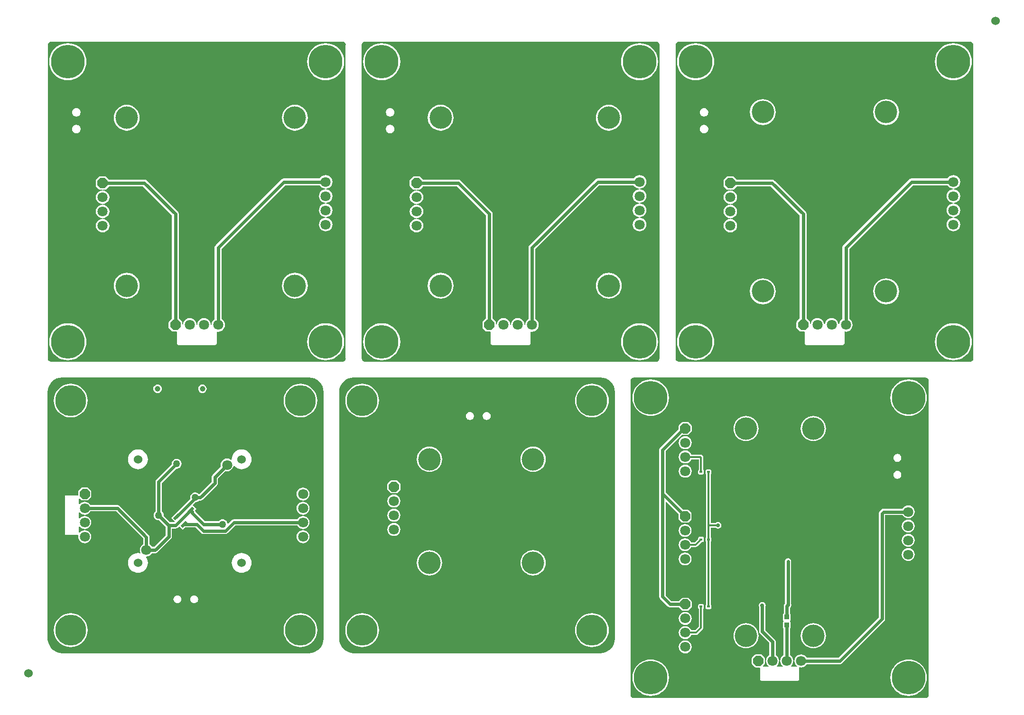
<source format=gbl>
G04 Layer_Physical_Order=2*
G04 Layer_Color=16711680*
%FSLAX44Y44*%
%MOMM*%
G71*
G01*
G75*
%ADD18C,0.6000*%
%ADD19R,0.8500X0.8500*%
%ADD24C,0.3000*%
%ADD26C,1.5240*%
%ADD27C,1.8000*%
%ADD28C,1.0000*%
%ADD29P,1.9483X8X292.5*%
%ADD30C,5.5000*%
%ADD31C,1.2700*%
%ADD32C,4.0000*%
%ADD33P,1.9483X8X22.5*%
%ADD34C,6.0000*%
%ADD35C,0.7000*%
G04:AMPARAMS|DCode=36|XSize=1.2mm|YSize=0.55mm|CornerRadius=0mm|HoleSize=0mm|Usage=FLASHONLY|Rotation=45.000|XOffset=0mm|YOffset=0mm|HoleType=Round|Shape=Rectangle|*
%AMROTATEDRECTD36*
4,1,4,-0.2298,-0.6187,-0.6187,-0.2298,0.2298,0.6187,0.6187,0.2298,-0.2298,-0.6187,0.0*
%
%ADD36ROTATEDRECTD36*%

%ADD37R,0.5000X0.4000*%
G36*
X1702186Y1225278D02*
X1704040Y1224040D01*
X1705278Y1222186D01*
X1705680Y1220167D01*
X1705646Y1220000D01*
Y660000D01*
X1705680Y659833D01*
X1705278Y657814D01*
X1704040Y655960D01*
X1702186Y654722D01*
X1701199Y654526D01*
X1700000Y654354D01*
Y654354D01*
X1180000D01*
X1179833Y654320D01*
X1177814Y654722D01*
X1175960Y655960D01*
X1174722Y657814D01*
X1174526Y658801D01*
X1174354Y660000D01*
X1174354D01*
Y1220000D01*
X1174320Y1220167D01*
X1174722Y1222186D01*
X1175960Y1224040D01*
X1177814Y1225278D01*
X1179833Y1225680D01*
X1180000Y1225646D01*
X1700000D01*
X1700167Y1225680D01*
X1702186Y1225278D01*
D02*
G37*
G36*
X1142186Y1225278D02*
X1144040Y1224040D01*
X1145278Y1222186D01*
X1145680Y1220167D01*
X1145646Y1220000D01*
Y660000D01*
X1145680Y659833D01*
X1145278Y657814D01*
X1144040Y655960D01*
X1142186Y654722D01*
X1141199Y654526D01*
X1140000Y654354D01*
Y654354D01*
X620000D01*
X619833Y654320D01*
X617814Y654722D01*
X615960Y655960D01*
X614722Y657814D01*
X614526Y658801D01*
X614354Y660000D01*
X614354D01*
Y1220000D01*
X614320Y1220167D01*
X614722Y1222186D01*
X615960Y1224040D01*
X617814Y1225278D01*
X619833Y1225680D01*
X620000Y1225646D01*
X1140000D01*
X1140167Y1225680D01*
X1142186Y1225278D01*
D02*
G37*
G36*
X582186D02*
X584039Y1224040D01*
X585278Y1222186D01*
X585680Y1220167D01*
X585646Y1220000D01*
Y660000D01*
X585680Y659833D01*
X585278Y657814D01*
X584040Y655960D01*
X582186Y654722D01*
X581199Y654526D01*
X580000Y654354D01*
Y654354D01*
X60000D01*
X59833Y654320D01*
X57814Y654722D01*
X55960Y655960D01*
X54722Y657814D01*
X54526Y658801D01*
X54354Y660000D01*
X54354D01*
Y1220000D01*
X54320Y1220167D01*
X54722Y1222186D01*
X55960Y1224040D01*
X57814Y1225278D01*
X59833Y1225680D01*
X60000Y1225646D01*
X580000D01*
X580167Y1225680D01*
X582186Y1225278D01*
D02*
G37*
G36*
X1622381Y625749D02*
X1624400Y624400D01*
X1625749Y622381D01*
X1626189Y620167D01*
X1626156Y620000D01*
Y60000D01*
X1626189Y59833D01*
X1625749Y57619D01*
X1624400Y55600D01*
X1622381Y54251D01*
X1621199Y54016D01*
X1620000Y53844D01*
Y53844D01*
X1100000D01*
X1099833Y53811D01*
X1097619Y54251D01*
X1095600Y55600D01*
X1094251Y57619D01*
X1094016Y58801D01*
X1093844Y60000D01*
X1093844D01*
Y620000D01*
X1093811Y620167D01*
X1094251Y622381D01*
X1095600Y624400D01*
X1097619Y625749D01*
X1099833Y626189D01*
X1100000Y626156D01*
X1620000D01*
X1620167Y626189D01*
X1622381Y625749D01*
D02*
G37*
G36*
X1045109Y625686D02*
X1050022Y624196D01*
X1054550Y621775D01*
X1058519Y618518D01*
X1061776Y614550D01*
X1064196Y610022D01*
X1065686Y605109D01*
X1066165Y600248D01*
X1066115Y600000D01*
X1066115Y160000D01*
X1066165Y159752D01*
X1065686Y154891D01*
X1064196Y149978D01*
X1061776Y145450D01*
X1058519Y141482D01*
X1054550Y138224D01*
X1050022Y135804D01*
X1045109Y134314D01*
X1040248Y133835D01*
X1040000Y133885D01*
X600000Y133885D01*
X599752Y133835D01*
X594891Y134314D01*
X589978Y135804D01*
X585450Y138224D01*
X581482Y141482D01*
X578225Y145450D01*
X575804Y149978D01*
X574314Y154891D01*
X573934Y158750D01*
X573885Y160000D01*
X573885Y160000D01*
X573885Y161252D01*
X573885Y600000D01*
X573835Y600248D01*
X574314Y605109D01*
X575804Y610022D01*
X578225Y614550D01*
X581482Y618518D01*
X585450Y621775D01*
X589978Y624196D01*
X594891Y625686D01*
X599752Y626165D01*
X600000Y626115D01*
X1040000Y626115D01*
X1040248Y626165D01*
X1045109Y625686D01*
D02*
G37*
G36*
X525109D02*
X530022Y624196D01*
X534550Y621775D01*
X538518Y618518D01*
X541775Y614550D01*
X544196Y610022D01*
X545686Y605109D01*
X546165Y600248D01*
X546115Y600000D01*
X546115Y160000D01*
X546165Y159752D01*
X545686Y154891D01*
X544196Y149978D01*
X541775Y145450D01*
X538518Y141482D01*
X534550Y138224D01*
X530022Y135804D01*
X525109Y134314D01*
X520248Y133835D01*
X520000Y133885D01*
X80000Y133885D01*
X79752Y133835D01*
X74891Y134314D01*
X69978Y135804D01*
X65450Y138224D01*
X61481Y141482D01*
X58225Y145450D01*
X55804Y149978D01*
X54314Y154891D01*
X53934Y158750D01*
X53885Y160000D01*
X53885Y160000D01*
X53885Y161252D01*
X53885Y600000D01*
X53835Y600248D01*
X54314Y605109D01*
X55804Y610022D01*
X58225Y614550D01*
X61481Y618518D01*
X65450Y621775D01*
X69978Y624196D01*
X74891Y625686D01*
X79752Y626165D01*
X80000Y626115D01*
X520000Y626115D01*
X520248Y626165D01*
X525109Y625686D01*
D02*
G37*
%LPC*%
G36*
X1670000Y1223102D02*
X1664822Y1222694D01*
X1659771Y1221482D01*
X1654972Y1219494D01*
X1650543Y1216780D01*
X1646593Y1213407D01*
X1643220Y1209457D01*
X1640506Y1205028D01*
X1638518Y1200229D01*
X1637305Y1195178D01*
X1636898Y1190000D01*
X1637305Y1184822D01*
X1638518Y1179771D01*
X1640506Y1174972D01*
X1643220Y1170543D01*
X1646593Y1166593D01*
X1650543Y1163220D01*
X1654972Y1160506D01*
X1659771Y1158518D01*
X1664822Y1157306D01*
X1670000Y1156898D01*
X1675178Y1157306D01*
X1680229Y1158518D01*
X1685028Y1160506D01*
X1689457Y1163220D01*
X1693407Y1166593D01*
X1696780Y1170543D01*
X1699494Y1174972D01*
X1701482Y1179771D01*
X1702695Y1184822D01*
X1703102Y1190000D01*
X1702695Y1195178D01*
X1701482Y1200229D01*
X1699494Y1205028D01*
X1696780Y1209457D01*
X1693407Y1213407D01*
X1689457Y1216780D01*
X1685028Y1219494D01*
X1680229Y1221482D01*
X1675178Y1222694D01*
X1670000Y1223102D01*
D02*
G37*
G36*
X1210000D02*
X1204822Y1222694D01*
X1199771Y1221482D01*
X1194972Y1219494D01*
X1190543Y1216780D01*
X1186593Y1213407D01*
X1183220Y1209457D01*
X1180506Y1205028D01*
X1178518Y1200229D01*
X1177306Y1195178D01*
X1176898Y1190000D01*
X1177306Y1184822D01*
X1178518Y1179771D01*
X1180506Y1174972D01*
X1183220Y1170543D01*
X1186593Y1166593D01*
X1190543Y1163220D01*
X1194972Y1160506D01*
X1199771Y1158518D01*
X1204822Y1157306D01*
X1210000Y1156898D01*
X1215178Y1157306D01*
X1220229Y1158518D01*
X1225028Y1160506D01*
X1229457Y1163220D01*
X1233407Y1166593D01*
X1236780Y1170543D01*
X1239494Y1174972D01*
X1241482Y1179771D01*
X1242694Y1184822D01*
X1243102Y1190000D01*
X1242694Y1195178D01*
X1241482Y1200229D01*
X1239494Y1205028D01*
X1236780Y1209457D01*
X1233407Y1213407D01*
X1229457Y1216780D01*
X1225028Y1219494D01*
X1220229Y1221482D01*
X1215178Y1222694D01*
X1210000Y1223102D01*
D02*
G37*
G36*
X1225597Y1107348D02*
X1224403D01*
X1222647Y1106999D01*
X1221545Y1106542D01*
X1220056Y1105548D01*
X1219212Y1104704D01*
X1218218Y1103215D01*
X1217761Y1102113D01*
X1217412Y1100357D01*
Y1100055D01*
X1217353Y1099760D01*
X1217412Y1099464D01*
Y1099163D01*
X1217761Y1097408D01*
X1218218Y1096305D01*
X1219212Y1094816D01*
X1220056Y1093972D01*
X1221545Y1092978D01*
X1222647Y1092521D01*
X1224403Y1092172D01*
X1225597D01*
X1227353Y1092521D01*
X1228455Y1092978D01*
X1229944Y1093972D01*
X1230788Y1094816D01*
X1231782Y1096305D01*
X1232239Y1097408D01*
X1232588Y1099163D01*
Y1099464D01*
X1232647Y1099760D01*
X1232588Y1100055D01*
Y1100357D01*
X1232239Y1102113D01*
X1231782Y1103215D01*
X1230788Y1104704D01*
X1229944Y1105548D01*
X1228455Y1106542D01*
X1227353Y1106999D01*
X1225597Y1107348D01*
D02*
G37*
G36*
X1550000Y1123111D02*
X1545491Y1122667D01*
X1541156Y1121352D01*
X1537160Y1119216D01*
X1533658Y1116342D01*
X1530784Y1112840D01*
X1528648Y1108844D01*
X1527333Y1104509D01*
X1526889Y1100000D01*
X1527333Y1095491D01*
X1528648Y1091156D01*
X1530784Y1087160D01*
X1533658Y1083658D01*
X1537160Y1080784D01*
X1541156Y1078648D01*
X1545491Y1077333D01*
X1550000Y1076889D01*
X1554509Y1077333D01*
X1558844Y1078648D01*
X1562840Y1080784D01*
X1566342Y1083658D01*
X1569216Y1087160D01*
X1571352Y1091156D01*
X1572667Y1095491D01*
X1573111Y1100000D01*
X1572667Y1104509D01*
X1571352Y1108844D01*
X1569216Y1112840D01*
X1566342Y1116342D01*
X1562840Y1119216D01*
X1558844Y1121352D01*
X1554509Y1122667D01*
X1550000Y1123111D01*
D02*
G37*
G36*
X1330000D02*
X1325491Y1122667D01*
X1321156Y1121352D01*
X1317160Y1119216D01*
X1313658Y1116342D01*
X1310784Y1112840D01*
X1308648Y1108844D01*
X1307333Y1104509D01*
X1306889Y1100000D01*
X1307333Y1095491D01*
X1308648Y1091156D01*
X1310784Y1087160D01*
X1313658Y1083658D01*
X1317160Y1080784D01*
X1321156Y1078648D01*
X1325491Y1077333D01*
X1330000Y1076889D01*
X1334509Y1077333D01*
X1338844Y1078648D01*
X1342840Y1080784D01*
X1346342Y1083658D01*
X1349216Y1087160D01*
X1351352Y1091156D01*
X1352667Y1095491D01*
X1353111Y1100000D01*
X1352667Y1104509D01*
X1351352Y1108844D01*
X1349216Y1112840D01*
X1346342Y1116342D01*
X1342840Y1119216D01*
X1338844Y1121352D01*
X1334509Y1122667D01*
X1330000Y1123111D01*
D02*
G37*
G36*
X1225597Y1077348D02*
X1224403D01*
X1222647Y1076999D01*
X1221545Y1076542D01*
X1220056Y1075548D01*
X1219212Y1074704D01*
X1218218Y1073215D01*
X1217761Y1072113D01*
X1217412Y1070357D01*
Y1070055D01*
X1217353Y1069760D01*
X1217412Y1069464D01*
Y1069163D01*
X1217761Y1067408D01*
X1218218Y1066305D01*
X1219212Y1064816D01*
X1220056Y1063972D01*
X1221545Y1062978D01*
X1222647Y1062521D01*
X1224403Y1062172D01*
X1225597D01*
X1227353Y1062521D01*
X1228455Y1062978D01*
X1229944Y1063972D01*
X1230788Y1064816D01*
X1231782Y1066305D01*
X1232239Y1067408D01*
X1232588Y1069163D01*
Y1069464D01*
X1232647Y1069760D01*
X1232588Y1070055D01*
Y1070357D01*
X1232239Y1072113D01*
X1231782Y1073215D01*
X1230788Y1074704D01*
X1229944Y1075548D01*
X1228455Y1076542D01*
X1227353Y1076999D01*
X1225597Y1077348D01*
D02*
G37*
G36*
X1550000Y803111D02*
X1545491Y802667D01*
X1541156Y801352D01*
X1537160Y799216D01*
X1533658Y796342D01*
X1530784Y792840D01*
X1528648Y788844D01*
X1527333Y784509D01*
X1526889Y780000D01*
X1527333Y775491D01*
X1528648Y771156D01*
X1530784Y767160D01*
X1533658Y763658D01*
X1537160Y760784D01*
X1541156Y758648D01*
X1545491Y757333D01*
X1550000Y756889D01*
X1554509Y757333D01*
X1558844Y758648D01*
X1562840Y760784D01*
X1566342Y763658D01*
X1569216Y767160D01*
X1571352Y771156D01*
X1572667Y775491D01*
X1573111Y780000D01*
X1572667Y784509D01*
X1571352Y788844D01*
X1569216Y792840D01*
X1566342Y796342D01*
X1562840Y799216D01*
X1558844Y801352D01*
X1554509Y802667D01*
X1550000Y803111D01*
D02*
G37*
G36*
X1330000D02*
X1325491Y802667D01*
X1321156Y801352D01*
X1317160Y799216D01*
X1313658Y796342D01*
X1310784Y792840D01*
X1308648Y788844D01*
X1307333Y784509D01*
X1306889Y780000D01*
X1307333Y775491D01*
X1308648Y771156D01*
X1310784Y767160D01*
X1313658Y763658D01*
X1317160Y760784D01*
X1321156Y758648D01*
X1325491Y757333D01*
X1330000Y756889D01*
X1334509Y757333D01*
X1338844Y758648D01*
X1342840Y760784D01*
X1346342Y763658D01*
X1349216Y767160D01*
X1351352Y771156D01*
X1352667Y775491D01*
X1353111Y780000D01*
X1352667Y784509D01*
X1351352Y788844D01*
X1349216Y792840D01*
X1346342Y796342D01*
X1342840Y799216D01*
X1338844Y801352D01*
X1334509Y802667D01*
X1330000Y803111D01*
D02*
G37*
G36*
X1670000Y987504D02*
X1666867Y987091D01*
X1663948Y985882D01*
X1661441Y983959D01*
X1659568Y981517D01*
X1595400D01*
X1593059Y981052D01*
X1591074Y979726D01*
X1473774Y862426D01*
X1472448Y860441D01*
X1471983Y858100D01*
Y730432D01*
X1469541Y728559D01*
X1467618Y726052D01*
X1466409Y723133D01*
X1466116Y720905D01*
X1466040Y720334D01*
X1464760D01*
X1464684Y720905D01*
X1464391Y723133D01*
X1463182Y726052D01*
X1461259Y728559D01*
X1458752Y730482D01*
X1455833Y731691D01*
X1452700Y732104D01*
X1449567Y731691D01*
X1446648Y730482D01*
X1444142Y728559D01*
X1442218Y726052D01*
X1441009Y723133D01*
X1440716Y720905D01*
X1440641Y720334D01*
X1439360D01*
X1439284Y720905D01*
X1438991Y723133D01*
X1437782Y726052D01*
X1435858Y728559D01*
X1433352Y730482D01*
X1430433Y731691D01*
X1427300Y732104D01*
X1424167Y731691D01*
X1421248Y730482D01*
X1418741Y728559D01*
X1416818Y726052D01*
X1415609Y723133D01*
X1415362Y721255D01*
X1414656Y720910D01*
X1414029Y720862D01*
X1413959Y720944D01*
Y724500D01*
X1413959Y724500D01*
X1413726Y725670D01*
X1413063Y726663D01*
X1408563Y731163D01*
X1408018Y731527D01*
Y918100D01*
X1407552Y920441D01*
X1406226Y922426D01*
X1350976Y977676D01*
X1348991Y979002D01*
X1346650Y979468D01*
X1283527D01*
X1283163Y980013D01*
X1278663Y984513D01*
X1277671Y985176D01*
X1276500Y985409D01*
X1267500D01*
X1267500Y985409D01*
X1266329Y985176D01*
X1265337Y984513D01*
X1260837Y980013D01*
X1260174Y979020D01*
X1259941Y977850D01*
Y968850D01*
X1259941Y968850D01*
X1260174Y967680D01*
X1260837Y966687D01*
X1265337Y962187D01*
X1266329Y961524D01*
X1267500Y961291D01*
X1271672D01*
X1271755Y960021D01*
X1271038Y959927D01*
X1268867Y959641D01*
X1265948Y958432D01*
X1263441Y956508D01*
X1261518Y954002D01*
X1260309Y951083D01*
X1259896Y947950D01*
X1260309Y944817D01*
X1261518Y941898D01*
X1263441Y939391D01*
X1265948Y937468D01*
X1268867Y936259D01*
X1271095Y935966D01*
X1271666Y935891D01*
Y934610D01*
X1271096Y934535D01*
X1268867Y934241D01*
X1265948Y933032D01*
X1263441Y931108D01*
X1261518Y928602D01*
X1260309Y925683D01*
X1259896Y922550D01*
X1260309Y919417D01*
X1261518Y916498D01*
X1263441Y913991D01*
X1265948Y912068D01*
X1268867Y910859D01*
X1271095Y910566D01*
X1271666Y910490D01*
Y909210D01*
X1271096Y909135D01*
X1268867Y908841D01*
X1265948Y907632D01*
X1263441Y905708D01*
X1261518Y903202D01*
X1260309Y900283D01*
X1259896Y897150D01*
X1260309Y894017D01*
X1261518Y891098D01*
X1263441Y888592D01*
X1265948Y886668D01*
X1268867Y885459D01*
X1272000Y885046D01*
X1275133Y885459D01*
X1278052Y886668D01*
X1280558Y888592D01*
X1282482Y891098D01*
X1283691Y894017D01*
X1284104Y897150D01*
X1283691Y900283D01*
X1282482Y903202D01*
X1280558Y905708D01*
X1278052Y907632D01*
X1275133Y908841D01*
X1272905Y909135D01*
X1272334Y909210D01*
Y910490D01*
X1272905Y910566D01*
X1275133Y910859D01*
X1278052Y912068D01*
X1280558Y913991D01*
X1282482Y916498D01*
X1283691Y919417D01*
X1284104Y922550D01*
X1283691Y925683D01*
X1282482Y928602D01*
X1280558Y931108D01*
X1278052Y933032D01*
X1275133Y934241D01*
X1272905Y934535D01*
X1272334Y934610D01*
Y935891D01*
X1272905Y935966D01*
X1275133Y936259D01*
X1278052Y937468D01*
X1280558Y939391D01*
X1282482Y941898D01*
X1283691Y944817D01*
X1284104Y947950D01*
X1283691Y951083D01*
X1282482Y954002D01*
X1280558Y956508D01*
X1278052Y958432D01*
X1275133Y959641D01*
X1272962Y959927D01*
X1272245Y960021D01*
X1272328Y961291D01*
X1276500D01*
X1276500Y961291D01*
X1277671Y961524D01*
X1278663Y962187D01*
X1283163Y966687D01*
X1283527Y967233D01*
X1344116D01*
X1395782Y915566D01*
Y731527D01*
X1395237Y731163D01*
X1390737Y726663D01*
X1390074Y725670D01*
X1389841Y724500D01*
Y715500D01*
X1389841Y715500D01*
X1390074Y714330D01*
X1390737Y713337D01*
X1395237Y708837D01*
X1396230Y708174D01*
X1397400Y707941D01*
X1403833D01*
X1404441Y707200D01*
Y687200D01*
X1404674Y686030D01*
X1405337Y685037D01*
X1406329Y684374D01*
X1407500Y684141D01*
X1472500D01*
X1473671Y684374D01*
X1474663Y685037D01*
X1475326Y686030D01*
X1475559Y687200D01*
Y706950D01*
X1476351Y708046D01*
X1476418Y708118D01*
X1478100Y707896D01*
X1481233Y708309D01*
X1484152Y709518D01*
X1486658Y711441D01*
X1488582Y713948D01*
X1489791Y716867D01*
X1490204Y720000D01*
X1489791Y723133D01*
X1488582Y726052D01*
X1486658Y728559D01*
X1484218Y730432D01*
Y855566D01*
X1597934Y969283D01*
X1659568D01*
X1661441Y966842D01*
X1663948Y964918D01*
X1666867Y963709D01*
X1669095Y963416D01*
X1669666Y963340D01*
Y962060D01*
X1669095Y961984D01*
X1666867Y961691D01*
X1663948Y960482D01*
X1661441Y958559D01*
X1659518Y956052D01*
X1658309Y953133D01*
X1657897Y950000D01*
X1658309Y946867D01*
X1659518Y943948D01*
X1661441Y941441D01*
X1663948Y939518D01*
X1666867Y938309D01*
X1669095Y938016D01*
X1669666Y937940D01*
Y936660D01*
X1669095Y936584D01*
X1666867Y936291D01*
X1663948Y935082D01*
X1661441Y933158D01*
X1659518Y930652D01*
X1658309Y927733D01*
X1657897Y924600D01*
X1658309Y921467D01*
X1659518Y918548D01*
X1661441Y916041D01*
X1663948Y914118D01*
X1666867Y912909D01*
X1669095Y912616D01*
X1669666Y912540D01*
Y911260D01*
X1669095Y911184D01*
X1666867Y910891D01*
X1663948Y909682D01*
X1661441Y907758D01*
X1659518Y905252D01*
X1658309Y902333D01*
X1657897Y899200D01*
X1658309Y896067D01*
X1659518Y893148D01*
X1661441Y890641D01*
X1663948Y888718D01*
X1666867Y887509D01*
X1670000Y887096D01*
X1673133Y887509D01*
X1676052Y888718D01*
X1678559Y890641D01*
X1680482Y893148D01*
X1681691Y896067D01*
X1682103Y899200D01*
X1681691Y902333D01*
X1680482Y905252D01*
X1678559Y907758D01*
X1676052Y909682D01*
X1673133Y910891D01*
X1670905Y911184D01*
X1670334Y911260D01*
Y912540D01*
X1670905Y912616D01*
X1673133Y912909D01*
X1676052Y914118D01*
X1678559Y916041D01*
X1680482Y918548D01*
X1681691Y921467D01*
X1682103Y924600D01*
X1681691Y927733D01*
X1680482Y930652D01*
X1678559Y933158D01*
X1676052Y935082D01*
X1673133Y936291D01*
X1670905Y936584D01*
X1670334Y936660D01*
Y937940D01*
X1670905Y938016D01*
X1673133Y938309D01*
X1676052Y939518D01*
X1678559Y941441D01*
X1680482Y943948D01*
X1681691Y946867D01*
X1682103Y950000D01*
X1681691Y953133D01*
X1680482Y956052D01*
X1678559Y958559D01*
X1676052Y960482D01*
X1673133Y961691D01*
X1670905Y961984D01*
X1670334Y962060D01*
Y963340D01*
X1670905Y963416D01*
X1673133Y963709D01*
X1676052Y964918D01*
X1678559Y966842D01*
X1680482Y969348D01*
X1681691Y972267D01*
X1682103Y975400D01*
X1681691Y978533D01*
X1680482Y981452D01*
X1678559Y983959D01*
X1676052Y985882D01*
X1673133Y987091D01*
X1670000Y987504D01*
D02*
G37*
G36*
Y723102D02*
X1664822Y722694D01*
X1659771Y721482D01*
X1654972Y719494D01*
X1650543Y716780D01*
X1646593Y713407D01*
X1643220Y709457D01*
X1640506Y705028D01*
X1638518Y700229D01*
X1637305Y695178D01*
X1636898Y690000D01*
X1637305Y684822D01*
X1638518Y679771D01*
X1640506Y674972D01*
X1643220Y670543D01*
X1646593Y666593D01*
X1650543Y663220D01*
X1654972Y660506D01*
X1659771Y658518D01*
X1664822Y657306D01*
X1670000Y656898D01*
X1675178Y657306D01*
X1680229Y658518D01*
X1685028Y660506D01*
X1689457Y663220D01*
X1693407Y666593D01*
X1696780Y670543D01*
X1699494Y674972D01*
X1701482Y679771D01*
X1702695Y684822D01*
X1703102Y690000D01*
X1702695Y695178D01*
X1701482Y700229D01*
X1699494Y705028D01*
X1696780Y709457D01*
X1693407Y713407D01*
X1689457Y716780D01*
X1685028Y719494D01*
X1680229Y721482D01*
X1675178Y722694D01*
X1670000Y723102D01*
D02*
G37*
G36*
X1210000D02*
X1204822Y722694D01*
X1199771Y721482D01*
X1194972Y719494D01*
X1190543Y716780D01*
X1186593Y713407D01*
X1183220Y709457D01*
X1180506Y705028D01*
X1178518Y700229D01*
X1177306Y695178D01*
X1176898Y690000D01*
X1177306Y684822D01*
X1178518Y679771D01*
X1180506Y674972D01*
X1183220Y670543D01*
X1186593Y666593D01*
X1190543Y663220D01*
X1194972Y660506D01*
X1199771Y658518D01*
X1204822Y657306D01*
X1210000Y656898D01*
X1215178Y657306D01*
X1220229Y658518D01*
X1225028Y660506D01*
X1229457Y663220D01*
X1233407Y666593D01*
X1236780Y670543D01*
X1239494Y674972D01*
X1241482Y679771D01*
X1242694Y684822D01*
X1243102Y690000D01*
X1242694Y695178D01*
X1241482Y700229D01*
X1239494Y705028D01*
X1236780Y709457D01*
X1233407Y713407D01*
X1229457Y716780D01*
X1225028Y719494D01*
X1220229Y721482D01*
X1215178Y722694D01*
X1210000Y723102D01*
D02*
G37*
G36*
X1110000Y1223102D02*
X1104822Y1222694D01*
X1099771Y1221482D01*
X1094972Y1219494D01*
X1090543Y1216780D01*
X1086593Y1213407D01*
X1083220Y1209457D01*
X1080506Y1205028D01*
X1078518Y1200229D01*
X1077306Y1195178D01*
X1076898Y1190000D01*
X1077306Y1184822D01*
X1078518Y1179771D01*
X1080506Y1174972D01*
X1083220Y1170543D01*
X1086593Y1166593D01*
X1090543Y1163220D01*
X1094972Y1160506D01*
X1099771Y1158518D01*
X1104822Y1157306D01*
X1110000Y1156898D01*
X1115178Y1157306D01*
X1120229Y1158518D01*
X1125028Y1160506D01*
X1129457Y1163220D01*
X1133407Y1166593D01*
X1136780Y1170543D01*
X1139494Y1174972D01*
X1141482Y1179771D01*
X1142694Y1184822D01*
X1143102Y1190000D01*
X1142694Y1195178D01*
X1141482Y1200229D01*
X1139494Y1205028D01*
X1136780Y1209457D01*
X1133407Y1213407D01*
X1129457Y1216780D01*
X1125028Y1219494D01*
X1120229Y1221482D01*
X1115178Y1222694D01*
X1110000Y1223102D01*
D02*
G37*
G36*
X650000D02*
X644822Y1222694D01*
X639771Y1221482D01*
X634972Y1219494D01*
X630543Y1216780D01*
X626593Y1213407D01*
X623220Y1209457D01*
X620506Y1205028D01*
X618518Y1200229D01*
X617305Y1195178D01*
X616898Y1190000D01*
X617305Y1184822D01*
X618518Y1179771D01*
X620506Y1174972D01*
X623220Y1170543D01*
X626593Y1166593D01*
X630543Y1163220D01*
X634972Y1160506D01*
X639771Y1158518D01*
X644822Y1157306D01*
X650000Y1156898D01*
X655178Y1157306D01*
X660229Y1158518D01*
X665028Y1160506D01*
X669457Y1163220D01*
X673407Y1166593D01*
X676780Y1170543D01*
X679494Y1174972D01*
X681482Y1179771D01*
X682694Y1184822D01*
X683102Y1190000D01*
X682694Y1195178D01*
X681482Y1200229D01*
X679494Y1205028D01*
X676780Y1209457D01*
X673407Y1213407D01*
X669457Y1216780D01*
X665028Y1219494D01*
X660229Y1221482D01*
X655178Y1222694D01*
X650000Y1223102D01*
D02*
G37*
G36*
X665597Y1107348D02*
X664403D01*
X662647Y1106999D01*
X661545Y1106542D01*
X660056Y1105548D01*
X659212Y1104704D01*
X658218Y1103215D01*
X657761Y1102113D01*
X657412Y1100357D01*
Y1100055D01*
X657353Y1099760D01*
X657412Y1099464D01*
Y1099163D01*
X657761Y1097408D01*
X658218Y1096305D01*
X659212Y1094816D01*
X660056Y1093972D01*
X661545Y1092978D01*
X662647Y1092521D01*
X664403Y1092172D01*
X665597D01*
X667353Y1092521D01*
X668455Y1092978D01*
X669944Y1093972D01*
X670788Y1094816D01*
X671782Y1096305D01*
X672239Y1097407D01*
X672588Y1099163D01*
Y1099464D01*
X672647Y1099760D01*
X672588Y1100055D01*
Y1100357D01*
X672239Y1102113D01*
X671782Y1103215D01*
X670788Y1104704D01*
X669944Y1105548D01*
X668455Y1106542D01*
X667353Y1106999D01*
X665597Y1107348D01*
D02*
G37*
G36*
X1055000Y1113111D02*
X1050491Y1112667D01*
X1046156Y1111352D01*
X1042160Y1109216D01*
X1038658Y1106342D01*
X1035784Y1102840D01*
X1033648Y1098844D01*
X1032333Y1094509D01*
X1031889Y1090000D01*
X1032333Y1085491D01*
X1033648Y1081156D01*
X1035784Y1077160D01*
X1038658Y1073658D01*
X1042160Y1070784D01*
X1046156Y1068648D01*
X1050491Y1067333D01*
X1055000Y1066889D01*
X1059509Y1067333D01*
X1063844Y1068648D01*
X1067840Y1070784D01*
X1071342Y1073658D01*
X1074216Y1077160D01*
X1076352Y1081156D01*
X1077667Y1085491D01*
X1078111Y1090000D01*
X1077667Y1094509D01*
X1076352Y1098844D01*
X1074216Y1102840D01*
X1071342Y1106342D01*
X1067840Y1109216D01*
X1063844Y1111352D01*
X1059509Y1112667D01*
X1055000Y1113111D01*
D02*
G37*
G36*
X755000D02*
X750491Y1112667D01*
X746156Y1111352D01*
X742160Y1109216D01*
X738658Y1106342D01*
X735784Y1102840D01*
X733648Y1098844D01*
X732333Y1094509D01*
X731889Y1090000D01*
X732333Y1085491D01*
X733648Y1081156D01*
X735784Y1077160D01*
X738658Y1073658D01*
X742160Y1070784D01*
X746156Y1068648D01*
X750491Y1067333D01*
X755000Y1066889D01*
X759509Y1067333D01*
X763844Y1068648D01*
X767840Y1070784D01*
X771342Y1073658D01*
X774216Y1077160D01*
X776352Y1081156D01*
X777667Y1085491D01*
X778111Y1090000D01*
X777667Y1094509D01*
X776352Y1098844D01*
X774216Y1102840D01*
X771342Y1106342D01*
X767840Y1109216D01*
X763844Y1111352D01*
X759509Y1112667D01*
X755000Y1113111D01*
D02*
G37*
G36*
X665597Y1077348D02*
X664403D01*
X662647Y1076999D01*
X661545Y1076542D01*
X660056Y1075548D01*
X659212Y1074704D01*
X658218Y1073215D01*
X657761Y1072113D01*
X657412Y1070357D01*
Y1070055D01*
X657353Y1069760D01*
X657412Y1069464D01*
Y1069163D01*
X657761Y1067408D01*
X658218Y1066305D01*
X659212Y1064816D01*
X660056Y1063972D01*
X661545Y1062978D01*
X662647Y1062521D01*
X664403Y1062172D01*
X665597D01*
X667353Y1062521D01*
X668455Y1062978D01*
X669944Y1063972D01*
X670788Y1064816D01*
X671782Y1066305D01*
X672239Y1067407D01*
X672588Y1069163D01*
Y1069464D01*
X672647Y1069760D01*
X672588Y1070055D01*
Y1070357D01*
X672239Y1072113D01*
X671782Y1073215D01*
X670788Y1074704D01*
X669944Y1075548D01*
X668455Y1076542D01*
X667353Y1076999D01*
X665597Y1077348D01*
D02*
G37*
G36*
X1055000Y813111D02*
X1050491Y812667D01*
X1046156Y811352D01*
X1042160Y809216D01*
X1038658Y806342D01*
X1035784Y802840D01*
X1033648Y798844D01*
X1032333Y794509D01*
X1031889Y790000D01*
X1032333Y785491D01*
X1033648Y781156D01*
X1035784Y777160D01*
X1038658Y773658D01*
X1042160Y770784D01*
X1046156Y768648D01*
X1050491Y767333D01*
X1055000Y766889D01*
X1059509Y767333D01*
X1063844Y768648D01*
X1067840Y770784D01*
X1071342Y773658D01*
X1074216Y777160D01*
X1076352Y781156D01*
X1077667Y785491D01*
X1078111Y790000D01*
X1077667Y794509D01*
X1076352Y798844D01*
X1074216Y802840D01*
X1071342Y806342D01*
X1067840Y809216D01*
X1063844Y811352D01*
X1059509Y812667D01*
X1055000Y813111D01*
D02*
G37*
G36*
X755000D02*
X750491Y812667D01*
X746156Y811352D01*
X742160Y809216D01*
X738658Y806342D01*
X735784Y802840D01*
X733648Y798844D01*
X732333Y794509D01*
X731889Y790000D01*
X732333Y785491D01*
X733648Y781156D01*
X735784Y777160D01*
X738658Y773658D01*
X742160Y770784D01*
X746156Y768648D01*
X750491Y767333D01*
X755000Y766889D01*
X759509Y767333D01*
X763844Y768648D01*
X767840Y770784D01*
X771342Y773658D01*
X774216Y777160D01*
X776352Y781156D01*
X777667Y785491D01*
X778111Y790000D01*
X777667Y794509D01*
X776352Y798844D01*
X774216Y802840D01*
X771342Y806342D01*
X767840Y809216D01*
X763844Y811352D01*
X759509Y812667D01*
X755000Y813111D01*
D02*
G37*
G36*
X1110000Y987504D02*
X1106867Y987091D01*
X1103948Y985882D01*
X1101441Y983959D01*
X1099568Y981517D01*
X1035400D01*
X1033059Y981052D01*
X1031074Y979726D01*
X913774Y862426D01*
X912448Y860441D01*
X911982Y858100D01*
Y730432D01*
X909541Y728559D01*
X907618Y726052D01*
X906409Y723133D01*
X906116Y720905D01*
X906040Y720334D01*
X904760D01*
X904684Y720905D01*
X904391Y723133D01*
X903182Y726052D01*
X901258Y728559D01*
X898752Y730482D01*
X895833Y731691D01*
X892700Y732104D01*
X889567Y731691D01*
X886648Y730482D01*
X884141Y728559D01*
X882218Y726052D01*
X881009Y723133D01*
X880716Y720905D01*
X880640Y720334D01*
X879360D01*
X879284Y720905D01*
X878991Y723133D01*
X877782Y726052D01*
X875859Y728559D01*
X873352Y730482D01*
X870433Y731691D01*
X867300Y732104D01*
X864167Y731691D01*
X861248Y730482D01*
X858742Y728559D01*
X856818Y726052D01*
X855609Y723133D01*
X855362Y721255D01*
X854656Y720910D01*
X854029Y720862D01*
X853959Y720944D01*
Y724500D01*
X853959Y724500D01*
X853726Y725670D01*
X853063Y726663D01*
X848563Y731163D01*
X848018Y731527D01*
Y918100D01*
X847552Y920441D01*
X846226Y922426D01*
X790976Y977676D01*
X788991Y979002D01*
X786650Y979467D01*
X723527D01*
X723163Y980013D01*
X718663Y984513D01*
X717671Y985176D01*
X716500Y985409D01*
X707500D01*
X707500Y985409D01*
X706329Y985176D01*
X705337Y984513D01*
X700837Y980013D01*
X700174Y979020D01*
X699941Y977850D01*
Y968850D01*
X699941Y968850D01*
X700174Y967680D01*
X700837Y966687D01*
X705337Y962187D01*
X706329Y961524D01*
X707500Y961291D01*
X711672D01*
X711755Y960021D01*
X711038Y959927D01*
X708867Y959641D01*
X705948Y958432D01*
X703441Y956508D01*
X701518Y954002D01*
X700309Y951083D01*
X699896Y947950D01*
X700309Y944817D01*
X701518Y941898D01*
X703441Y939391D01*
X705948Y937468D01*
X708867Y936259D01*
X711095Y935966D01*
X711666Y935890D01*
Y934610D01*
X711095Y934534D01*
X708867Y934241D01*
X705948Y933032D01*
X703441Y931108D01*
X701518Y928602D01*
X700309Y925683D01*
X699896Y922550D01*
X700309Y919417D01*
X701518Y916498D01*
X703441Y913991D01*
X705948Y912068D01*
X708867Y910859D01*
X711095Y910566D01*
X711666Y910490D01*
Y909210D01*
X711095Y909134D01*
X708867Y908841D01*
X705948Y907632D01*
X703441Y905708D01*
X701518Y903202D01*
X700309Y900283D01*
X699896Y897150D01*
X700309Y894017D01*
X701518Y891098D01*
X703441Y888592D01*
X705948Y886668D01*
X708867Y885459D01*
X712000Y885046D01*
X715133Y885459D01*
X718052Y886668D01*
X720558Y888592D01*
X722482Y891098D01*
X723691Y894017D01*
X724103Y897150D01*
X723691Y900283D01*
X722482Y903202D01*
X720558Y905708D01*
X718052Y907632D01*
X715133Y908841D01*
X712905Y909134D01*
X712334Y909210D01*
Y910490D01*
X712905Y910566D01*
X715133Y910859D01*
X718052Y912068D01*
X720558Y913991D01*
X722482Y916498D01*
X723691Y919417D01*
X724103Y922550D01*
X723691Y925683D01*
X722482Y928602D01*
X720558Y931108D01*
X718052Y933032D01*
X715133Y934241D01*
X712905Y934534D01*
X712334Y934610D01*
Y935890D01*
X712905Y935966D01*
X715133Y936259D01*
X718052Y937468D01*
X720558Y939391D01*
X722482Y941898D01*
X723691Y944817D01*
X724103Y947950D01*
X723691Y951083D01*
X722482Y954002D01*
X720558Y956508D01*
X718052Y958432D01*
X715133Y959641D01*
X712962Y959927D01*
X712245Y960021D01*
X712328Y961291D01*
X716500D01*
X716500Y961291D01*
X717671Y961524D01*
X718663Y962187D01*
X723163Y966687D01*
X723527Y967233D01*
X784116D01*
X835782Y915566D01*
Y731527D01*
X835237Y731163D01*
X830737Y726663D01*
X830074Y725670D01*
X829841Y724500D01*
Y715500D01*
X829841Y715500D01*
X830074Y714330D01*
X830737Y713337D01*
X835237Y708837D01*
X836229Y708174D01*
X837400Y707941D01*
X843833D01*
X844441Y707200D01*
Y687200D01*
X844674Y686029D01*
X845337Y685037D01*
X846329Y684374D01*
X847500Y684141D01*
X912500D01*
X913671Y684374D01*
X914663Y685037D01*
X915326Y686029D01*
X915559Y687200D01*
Y706950D01*
X916351Y708046D01*
X916418Y708118D01*
X918100Y707896D01*
X921233Y708309D01*
X924152Y709518D01*
X926658Y711441D01*
X928582Y713948D01*
X929791Y716867D01*
X930203Y720000D01*
X929791Y723133D01*
X928582Y726052D01*
X926658Y728559D01*
X924218Y730432D01*
Y855566D01*
X1037934Y969282D01*
X1099568D01*
X1101441Y966842D01*
X1103948Y964918D01*
X1106867Y963709D01*
X1109095Y963416D01*
X1109666Y963340D01*
Y962059D01*
X1109095Y961984D01*
X1106867Y961691D01*
X1103948Y960482D01*
X1101441Y958559D01*
X1099518Y956052D01*
X1098309Y953133D01*
X1097896Y950000D01*
X1098309Y946867D01*
X1099518Y943948D01*
X1101441Y941441D01*
X1103948Y939518D01*
X1106867Y938309D01*
X1109095Y938016D01*
X1109666Y937940D01*
Y936659D01*
X1109095Y936584D01*
X1106867Y936291D01*
X1103948Y935082D01*
X1101441Y933158D01*
X1099518Y930652D01*
X1098309Y927733D01*
X1097896Y924600D01*
X1098309Y921467D01*
X1099518Y918548D01*
X1101441Y916041D01*
X1103948Y914118D01*
X1106867Y912909D01*
X1109095Y912616D01*
X1109666Y912540D01*
Y911260D01*
X1109095Y911184D01*
X1106867Y910891D01*
X1103948Y909682D01*
X1101441Y907758D01*
X1099518Y905252D01*
X1098309Y902333D01*
X1097896Y899200D01*
X1098309Y896067D01*
X1099518Y893148D01*
X1101441Y890641D01*
X1103948Y888718D01*
X1106867Y887509D01*
X1110000Y887096D01*
X1113133Y887509D01*
X1116052Y888718D01*
X1118559Y890641D01*
X1120482Y893148D01*
X1121691Y896067D01*
X1122104Y899200D01*
X1121691Y902333D01*
X1120482Y905252D01*
X1118559Y907758D01*
X1116052Y909682D01*
X1113133Y910891D01*
X1110905Y911184D01*
X1110334Y911260D01*
Y912540D01*
X1110905Y912616D01*
X1113133Y912909D01*
X1116052Y914118D01*
X1118559Y916041D01*
X1120482Y918548D01*
X1121691Y921467D01*
X1122104Y924600D01*
X1121691Y927733D01*
X1120482Y930652D01*
X1118559Y933158D01*
X1116052Y935082D01*
X1113133Y936291D01*
X1110905Y936584D01*
X1110334Y936659D01*
Y937940D01*
X1110905Y938016D01*
X1113133Y938309D01*
X1116052Y939518D01*
X1118559Y941441D01*
X1120482Y943948D01*
X1121691Y946867D01*
X1122104Y950000D01*
X1121691Y953133D01*
X1120482Y956052D01*
X1118559Y958559D01*
X1116052Y960482D01*
X1113133Y961691D01*
X1110905Y961984D01*
X1110334Y962059D01*
Y963340D01*
X1110905Y963416D01*
X1113133Y963709D01*
X1116052Y964918D01*
X1118559Y966842D01*
X1120482Y969348D01*
X1121691Y972267D01*
X1122104Y975400D01*
X1121691Y978533D01*
X1120482Y981452D01*
X1118559Y983959D01*
X1116052Y985882D01*
X1113133Y987091D01*
X1110000Y987504D01*
D02*
G37*
G36*
Y723102D02*
X1104822Y722694D01*
X1099771Y721482D01*
X1094972Y719494D01*
X1090543Y716780D01*
X1086593Y713407D01*
X1083220Y709457D01*
X1080506Y705028D01*
X1078518Y700229D01*
X1077306Y695178D01*
X1076898Y690000D01*
X1077306Y684822D01*
X1078518Y679771D01*
X1080506Y674972D01*
X1083220Y670543D01*
X1086593Y666593D01*
X1090543Y663220D01*
X1094972Y660506D01*
X1099771Y658518D01*
X1104822Y657306D01*
X1110000Y656898D01*
X1115178Y657306D01*
X1120229Y658518D01*
X1125028Y660506D01*
X1129457Y663220D01*
X1133407Y666593D01*
X1136780Y670543D01*
X1139494Y674972D01*
X1141482Y679771D01*
X1142694Y684822D01*
X1143102Y690000D01*
X1142694Y695178D01*
X1141482Y700229D01*
X1139494Y705028D01*
X1136780Y709457D01*
X1133407Y713407D01*
X1129457Y716780D01*
X1125028Y719494D01*
X1120229Y721482D01*
X1115178Y722694D01*
X1110000Y723102D01*
D02*
G37*
G36*
X650000D02*
X644822Y722694D01*
X639771Y721482D01*
X634972Y719494D01*
X630543Y716780D01*
X626593Y713407D01*
X623220Y709457D01*
X620506Y705028D01*
X618518Y700229D01*
X617305Y695178D01*
X616898Y690000D01*
X617305Y684822D01*
X618518Y679771D01*
X620506Y674972D01*
X623220Y670543D01*
X626593Y666593D01*
X630543Y663220D01*
X634972Y660506D01*
X639771Y658518D01*
X644822Y657306D01*
X650000Y656898D01*
X655178Y657306D01*
X660229Y658518D01*
X665028Y660506D01*
X669457Y663220D01*
X673407Y666593D01*
X676780Y670543D01*
X679494Y674972D01*
X681482Y679771D01*
X682694Y684822D01*
X683102Y690000D01*
X682694Y695178D01*
X681482Y700229D01*
X679494Y705028D01*
X676780Y709457D01*
X673407Y713407D01*
X669457Y716780D01*
X665028Y719494D01*
X660229Y721482D01*
X655178Y722694D01*
X650000Y723102D01*
D02*
G37*
G36*
X550000Y1223102D02*
X544822Y1222694D01*
X539771Y1221482D01*
X534972Y1219494D01*
X530543Y1216780D01*
X526593Y1213407D01*
X523220Y1209457D01*
X520506Y1205028D01*
X518518Y1200229D01*
X517305Y1195178D01*
X516898Y1190000D01*
X517305Y1184822D01*
X518518Y1179771D01*
X520506Y1174972D01*
X523220Y1170543D01*
X526593Y1166593D01*
X530543Y1163220D01*
X534972Y1160506D01*
X539771Y1158518D01*
X544822Y1157306D01*
X550000Y1156898D01*
X555178Y1157306D01*
X560229Y1158518D01*
X565028Y1160506D01*
X569457Y1163220D01*
X573407Y1166593D01*
X576780Y1170543D01*
X579494Y1174972D01*
X581482Y1179771D01*
X582695Y1184822D01*
X583102Y1190000D01*
X582695Y1195178D01*
X581482Y1200229D01*
X579494Y1205028D01*
X576780Y1209457D01*
X573407Y1213407D01*
X569457Y1216780D01*
X565028Y1219494D01*
X560229Y1221482D01*
X555178Y1222694D01*
X550000Y1223102D01*
D02*
G37*
G36*
X90000D02*
X84822Y1222694D01*
X79771Y1221482D01*
X74972Y1219494D01*
X70543Y1216780D01*
X66593Y1213407D01*
X63220Y1209457D01*
X60506Y1205028D01*
X58518Y1200229D01*
X57305Y1195178D01*
X56898Y1190000D01*
X57305Y1184822D01*
X58518Y1179771D01*
X60506Y1174972D01*
X63220Y1170543D01*
X66593Y1166593D01*
X70543Y1163220D01*
X74972Y1160506D01*
X79771Y1158518D01*
X84822Y1157306D01*
X90000Y1156898D01*
X95178Y1157306D01*
X100229Y1158518D01*
X105028Y1160506D01*
X109457Y1163220D01*
X113407Y1166593D01*
X116780Y1170543D01*
X119494Y1174972D01*
X121482Y1179771D01*
X122695Y1184822D01*
X123102Y1190000D01*
X122695Y1195178D01*
X121482Y1200229D01*
X119494Y1205028D01*
X116780Y1209457D01*
X113407Y1213407D01*
X109457Y1216780D01*
X105028Y1219494D01*
X100229Y1221482D01*
X95178Y1222694D01*
X90000Y1223102D01*
D02*
G37*
G36*
X105597Y1107348D02*
X104403D01*
X102647Y1106999D01*
X101545Y1106542D01*
X100056Y1105548D01*
X99212Y1104704D01*
X98218Y1103215D01*
X97761Y1102113D01*
X97412Y1100357D01*
Y1100055D01*
X97353Y1099760D01*
X97412Y1099464D01*
Y1099163D01*
X97761Y1097408D01*
X98218Y1096305D01*
X99212Y1094816D01*
X100056Y1093972D01*
X101545Y1092978D01*
X102647Y1092521D01*
X104403Y1092172D01*
X105597D01*
X107353Y1092521D01*
X108455Y1092978D01*
X109944Y1093972D01*
X110788Y1094816D01*
X111782Y1096305D01*
X112239Y1097407D01*
X112588Y1099163D01*
Y1099464D01*
X112647Y1099760D01*
X112588Y1100055D01*
Y1100357D01*
X112239Y1102113D01*
X111782Y1103215D01*
X110788Y1104704D01*
X109944Y1105548D01*
X108455Y1106542D01*
X107353Y1106999D01*
X105597Y1107348D01*
D02*
G37*
G36*
X495000Y1113111D02*
X490491Y1112667D01*
X486156Y1111352D01*
X482160Y1109216D01*
X478658Y1106342D01*
X475784Y1102840D01*
X473648Y1098844D01*
X472333Y1094509D01*
X471889Y1090000D01*
X472333Y1085491D01*
X473648Y1081156D01*
X475784Y1077160D01*
X478658Y1073658D01*
X482160Y1070784D01*
X486156Y1068648D01*
X490491Y1067333D01*
X495000Y1066889D01*
X499509Y1067333D01*
X503844Y1068648D01*
X507840Y1070784D01*
X511342Y1073658D01*
X514216Y1077160D01*
X516352Y1081156D01*
X517667Y1085491D01*
X518111Y1090000D01*
X517667Y1094509D01*
X516352Y1098844D01*
X514216Y1102840D01*
X511342Y1106342D01*
X507840Y1109216D01*
X503844Y1111352D01*
X499509Y1112667D01*
X495000Y1113111D01*
D02*
G37*
G36*
X195000D02*
X190491Y1112667D01*
X186156Y1111352D01*
X182160Y1109216D01*
X178658Y1106342D01*
X175784Y1102840D01*
X173648Y1098844D01*
X172333Y1094509D01*
X171889Y1090000D01*
X172333Y1085491D01*
X173648Y1081156D01*
X175784Y1077160D01*
X178658Y1073658D01*
X182160Y1070784D01*
X186156Y1068648D01*
X190491Y1067333D01*
X195000Y1066889D01*
X199509Y1067333D01*
X203844Y1068648D01*
X207840Y1070784D01*
X211342Y1073658D01*
X214216Y1077160D01*
X216352Y1081156D01*
X217667Y1085491D01*
X218111Y1090000D01*
X217667Y1094509D01*
X216352Y1098844D01*
X214216Y1102840D01*
X211342Y1106342D01*
X207840Y1109216D01*
X203844Y1111352D01*
X199509Y1112667D01*
X195000Y1113111D01*
D02*
G37*
G36*
X105597Y1077348D02*
X104403D01*
X102647Y1076999D01*
X101545Y1076542D01*
X100056Y1075548D01*
X99212Y1074704D01*
X98218Y1073215D01*
X97761Y1072113D01*
X97412Y1070357D01*
Y1070055D01*
X97353Y1069760D01*
X97412Y1069464D01*
Y1069163D01*
X97761Y1067408D01*
X98218Y1066305D01*
X99212Y1064816D01*
X100056Y1063972D01*
X101545Y1062978D01*
X102647Y1062521D01*
X104403Y1062172D01*
X105597D01*
X107353Y1062521D01*
X108455Y1062978D01*
X109944Y1063972D01*
X110788Y1064816D01*
X111782Y1066305D01*
X112239Y1067407D01*
X112588Y1069163D01*
Y1069464D01*
X112647Y1069760D01*
X112588Y1070055D01*
Y1070357D01*
X112239Y1072113D01*
X111782Y1073215D01*
X110788Y1074704D01*
X109944Y1075548D01*
X108455Y1076542D01*
X107353Y1076999D01*
X105597Y1077348D01*
D02*
G37*
G36*
X495000Y813111D02*
X490491Y812667D01*
X486156Y811352D01*
X482160Y809216D01*
X478658Y806342D01*
X475784Y802840D01*
X473648Y798844D01*
X472333Y794509D01*
X471889Y790000D01*
X472333Y785491D01*
X473648Y781156D01*
X475784Y777160D01*
X478658Y773658D01*
X482160Y770784D01*
X486156Y768648D01*
X490491Y767333D01*
X495000Y766889D01*
X499509Y767333D01*
X503844Y768648D01*
X507840Y770784D01*
X511342Y773658D01*
X514216Y777160D01*
X516352Y781156D01*
X517667Y785491D01*
X518111Y790000D01*
X517667Y794509D01*
X516352Y798844D01*
X514216Y802840D01*
X511342Y806342D01*
X507840Y809216D01*
X503844Y811352D01*
X499509Y812667D01*
X495000Y813111D01*
D02*
G37*
G36*
X195000D02*
X190491Y812667D01*
X186156Y811352D01*
X182160Y809216D01*
X178658Y806342D01*
X175784Y802840D01*
X173648Y798844D01*
X172333Y794509D01*
X171889Y790000D01*
X172333Y785491D01*
X173648Y781156D01*
X175784Y777160D01*
X178658Y773658D01*
X182160Y770784D01*
X186156Y768648D01*
X190491Y767333D01*
X195000Y766889D01*
X199509Y767333D01*
X203844Y768648D01*
X207840Y770784D01*
X211342Y773658D01*
X214216Y777160D01*
X216352Y781156D01*
X217667Y785491D01*
X218111Y790000D01*
X217667Y794509D01*
X216352Y798844D01*
X214216Y802840D01*
X211342Y806342D01*
X207840Y809216D01*
X203844Y811352D01*
X199509Y812667D01*
X195000Y813111D01*
D02*
G37*
G36*
X550000Y987504D02*
X546867Y987091D01*
X543948Y985882D01*
X541441Y983959D01*
X539568Y981517D01*
X475400D01*
X473059Y981052D01*
X471074Y979726D01*
X353774Y862426D01*
X352448Y860441D01*
X351982Y858100D01*
Y730432D01*
X349542Y728559D01*
X347618Y726052D01*
X346409Y723133D01*
X346116Y720905D01*
X346040Y720334D01*
X344760D01*
X344684Y720905D01*
X344391Y723133D01*
X343182Y726052D01*
X341259Y728559D01*
X338752Y730482D01*
X335833Y731691D01*
X332700Y732104D01*
X329567Y731691D01*
X326648Y730482D01*
X324142Y728559D01*
X322218Y726052D01*
X321009Y723133D01*
X320716Y720905D01*
X320640Y720334D01*
X319360D01*
X319284Y720905D01*
X318991Y723133D01*
X317782Y726052D01*
X315858Y728559D01*
X313352Y730482D01*
X310433Y731691D01*
X307300Y732104D01*
X304167Y731691D01*
X301248Y730482D01*
X298741Y728559D01*
X296818Y726052D01*
X295609Y723133D01*
X295362Y721255D01*
X294656Y720910D01*
X294029Y720862D01*
X293959Y720944D01*
Y724500D01*
X293959Y724500D01*
X293726Y725670D01*
X293063Y726663D01*
X288563Y731163D01*
X288018Y731527D01*
Y918100D01*
X287552Y920441D01*
X286226Y922426D01*
X230976Y977676D01*
X228991Y979002D01*
X226650Y979467D01*
X163527D01*
X163163Y980013D01*
X158663Y984513D01*
X157670Y985176D01*
X156500Y985409D01*
X147500D01*
X147500Y985409D01*
X146329Y985176D01*
X145337Y984513D01*
X140837Y980013D01*
X140174Y979020D01*
X139941Y977850D01*
Y968850D01*
X139941Y968850D01*
X140174Y967680D01*
X140837Y966687D01*
X145337Y962187D01*
X146329Y961524D01*
X147500Y961291D01*
X151671D01*
X151755Y960021D01*
X151038Y959927D01*
X148867Y959641D01*
X145948Y958432D01*
X143441Y956508D01*
X141518Y954002D01*
X140309Y951083D01*
X139896Y947950D01*
X140309Y944817D01*
X141518Y941898D01*
X143441Y939391D01*
X145948Y937468D01*
X148867Y936259D01*
X151095Y935966D01*
X151666Y935890D01*
Y934610D01*
X151095Y934534D01*
X148867Y934241D01*
X145948Y933032D01*
X143441Y931108D01*
X141518Y928602D01*
X140309Y925683D01*
X139896Y922550D01*
X140309Y919417D01*
X141518Y916498D01*
X143441Y913991D01*
X145948Y912068D01*
X148867Y910859D01*
X151095Y910566D01*
X151666Y910490D01*
Y909210D01*
X151095Y909134D01*
X148867Y908841D01*
X145948Y907632D01*
X143441Y905708D01*
X141518Y903202D01*
X140309Y900283D01*
X139896Y897150D01*
X140309Y894017D01*
X141518Y891098D01*
X143441Y888592D01*
X145948Y886668D01*
X148867Y885459D01*
X152000Y885046D01*
X155133Y885459D01*
X158052Y886668D01*
X160558Y888592D01*
X162482Y891098D01*
X163691Y894017D01*
X164104Y897150D01*
X163691Y900283D01*
X162482Y903202D01*
X160558Y905708D01*
X158052Y907632D01*
X155133Y908841D01*
X152905Y909134D01*
X152334Y909210D01*
Y910490D01*
X152905Y910566D01*
X155133Y910859D01*
X158052Y912068D01*
X160558Y913991D01*
X162482Y916498D01*
X163691Y919417D01*
X164104Y922550D01*
X163691Y925683D01*
X162482Y928602D01*
X160558Y931108D01*
X158052Y933032D01*
X155133Y934241D01*
X152905Y934534D01*
X152334Y934610D01*
Y935890D01*
X152905Y935966D01*
X155133Y936259D01*
X158052Y937468D01*
X160558Y939391D01*
X162482Y941898D01*
X163691Y944817D01*
X164104Y947950D01*
X163691Y951083D01*
X162482Y954002D01*
X160558Y956508D01*
X158052Y958432D01*
X155133Y959641D01*
X152962Y959927D01*
X152245Y960021D01*
X152329Y961291D01*
X156500D01*
X156500Y961291D01*
X157670Y961524D01*
X158663Y962187D01*
X163163Y966687D01*
X163527Y967233D01*
X224116D01*
X275783Y915566D01*
Y731527D01*
X275237Y731163D01*
X270737Y726663D01*
X270074Y725670D01*
X269841Y724500D01*
Y715500D01*
X269841Y715500D01*
X270074Y714330D01*
X270737Y713337D01*
X275237Y708837D01*
X276229Y708174D01*
X277400Y707941D01*
X283833D01*
X284441Y707200D01*
Y687200D01*
X284674Y686029D01*
X285337Y685037D01*
X286329Y684374D01*
X287500Y684141D01*
X352500D01*
X353671Y684374D01*
X354663Y685037D01*
X355326Y686029D01*
X355559Y687200D01*
Y706950D01*
X356352Y708046D01*
X356418Y708118D01*
X358100Y707896D01*
X361233Y708309D01*
X364152Y709518D01*
X366659Y711441D01*
X368582Y713948D01*
X369791Y716867D01*
X370204Y720000D01*
X369791Y723133D01*
X368582Y726052D01*
X366659Y728559D01*
X364217Y730432D01*
Y855566D01*
X477934Y969282D01*
X539568D01*
X541441Y966842D01*
X543948Y964918D01*
X546867Y963709D01*
X549095Y963416D01*
X549666Y963340D01*
Y962059D01*
X549095Y961984D01*
X546867Y961691D01*
X543948Y960482D01*
X541441Y958559D01*
X539518Y956052D01*
X538309Y953133D01*
X537896Y950000D01*
X538309Y946867D01*
X539518Y943948D01*
X541441Y941441D01*
X543948Y939518D01*
X546867Y938309D01*
X549095Y938016D01*
X549666Y937940D01*
Y936659D01*
X549095Y936584D01*
X546867Y936291D01*
X543948Y935082D01*
X541441Y933158D01*
X539518Y930652D01*
X538309Y927733D01*
X537896Y924600D01*
X538309Y921467D01*
X539518Y918548D01*
X541441Y916041D01*
X543948Y914118D01*
X546867Y912909D01*
X549095Y912616D01*
X549666Y912540D01*
Y911260D01*
X549095Y911184D01*
X546867Y910891D01*
X543948Y909682D01*
X541441Y907758D01*
X539518Y905252D01*
X538309Y902333D01*
X537896Y899200D01*
X538309Y896067D01*
X539518Y893148D01*
X541441Y890641D01*
X543948Y888718D01*
X546867Y887509D01*
X550000Y887096D01*
X553133Y887509D01*
X556052Y888718D01*
X558559Y890641D01*
X560482Y893148D01*
X561691Y896067D01*
X562104Y899200D01*
X561691Y902333D01*
X560482Y905252D01*
X558559Y907758D01*
X556052Y909682D01*
X553133Y910891D01*
X550905Y911184D01*
X550334Y911260D01*
Y912540D01*
X550905Y912616D01*
X553133Y912909D01*
X556052Y914118D01*
X558559Y916041D01*
X560482Y918548D01*
X561691Y921467D01*
X562104Y924600D01*
X561691Y927733D01*
X560482Y930652D01*
X558559Y933158D01*
X556052Y935082D01*
X553133Y936291D01*
X550905Y936584D01*
X550334Y936659D01*
Y937940D01*
X550905Y938016D01*
X553133Y938309D01*
X556052Y939518D01*
X558559Y941441D01*
X560482Y943948D01*
X561691Y946867D01*
X562104Y950000D01*
X561691Y953133D01*
X560482Y956052D01*
X558559Y958559D01*
X556052Y960482D01*
X553133Y961691D01*
X550905Y961984D01*
X550334Y962059D01*
Y963340D01*
X550905Y963416D01*
X553133Y963709D01*
X556052Y964918D01*
X558559Y966842D01*
X560482Y969348D01*
X561691Y972267D01*
X562104Y975400D01*
X561691Y978533D01*
X560482Y981452D01*
X558559Y983959D01*
X556052Y985882D01*
X553133Y987091D01*
X550000Y987504D01*
D02*
G37*
G36*
Y723102D02*
X544822Y722694D01*
X539771Y721482D01*
X534972Y719494D01*
X530543Y716780D01*
X526593Y713407D01*
X523220Y709457D01*
X520506Y705028D01*
X518518Y700229D01*
X517305Y695178D01*
X516898Y690000D01*
X517305Y684822D01*
X518518Y679771D01*
X520506Y674972D01*
X523220Y670543D01*
X526593Y666593D01*
X530543Y663220D01*
X534972Y660506D01*
X539771Y658518D01*
X544822Y657306D01*
X550000Y656898D01*
X555178Y657306D01*
X560229Y658518D01*
X565028Y660506D01*
X569457Y663220D01*
X573407Y666593D01*
X576780Y670543D01*
X579494Y674972D01*
X581482Y679771D01*
X582695Y684822D01*
X583102Y690000D01*
X582695Y695178D01*
X581482Y700229D01*
X579494Y705028D01*
X576780Y709457D01*
X573407Y713407D01*
X569457Y716780D01*
X565028Y719494D01*
X560229Y721482D01*
X555178Y722694D01*
X550000Y723102D01*
D02*
G37*
G36*
X90000D02*
X84822Y722694D01*
X79771Y721482D01*
X74972Y719494D01*
X70543Y716780D01*
X66593Y713407D01*
X63220Y709457D01*
X60506Y705028D01*
X58518Y700229D01*
X57305Y695178D01*
X56898Y690000D01*
X57305Y684822D01*
X58518Y679771D01*
X60506Y674972D01*
X63220Y670543D01*
X66593Y666593D01*
X70543Y663220D01*
X74972Y660506D01*
X79771Y658518D01*
X84822Y657306D01*
X90000Y656898D01*
X95178Y657306D01*
X100229Y658518D01*
X105028Y660506D01*
X109457Y663220D01*
X113407Y666593D01*
X116780Y670543D01*
X119494Y674972D01*
X121482Y679771D01*
X122695Y684822D01*
X123102Y690000D01*
X122695Y695178D01*
X121482Y700229D01*
X119494Y705028D01*
X116780Y709457D01*
X113407Y713407D01*
X109457Y716780D01*
X105028Y719494D01*
X100229Y721482D01*
X95178Y722694D01*
X90000Y723102D01*
D02*
G37*
G36*
X1590000Y622601D02*
X1584900Y622199D01*
X1579926Y621005D01*
X1575200Y619047D01*
X1570838Y616374D01*
X1566948Y613052D01*
X1563626Y609162D01*
X1560953Y604800D01*
X1558995Y600074D01*
X1557801Y595100D01*
X1557399Y590000D01*
X1557801Y584900D01*
X1558995Y579926D01*
X1560953Y575200D01*
X1563626Y570838D01*
X1566948Y566948D01*
X1570838Y563626D01*
X1575200Y560953D01*
X1579926Y558995D01*
X1584900Y557801D01*
X1590000Y557399D01*
X1595100Y557801D01*
X1600074Y558995D01*
X1604800Y560953D01*
X1609162Y563626D01*
X1613052Y566948D01*
X1616374Y570838D01*
X1619047Y575200D01*
X1621005Y579926D01*
X1622199Y584900D01*
X1622601Y590000D01*
X1622199Y595100D01*
X1621005Y600074D01*
X1619047Y604800D01*
X1616374Y609162D01*
X1613052Y613052D01*
X1609162Y616374D01*
X1604800Y619047D01*
X1600074Y621005D01*
X1595100Y622199D01*
X1590000Y622601D01*
D02*
G37*
G36*
X1130000D02*
X1124900Y622199D01*
X1119926Y621005D01*
X1115200Y619047D01*
X1110838Y616374D01*
X1106948Y613052D01*
X1103626Y609162D01*
X1100953Y604800D01*
X1098995Y600074D01*
X1097801Y595100D01*
X1097400Y590000D01*
X1097801Y584900D01*
X1098995Y579926D01*
X1100953Y575200D01*
X1103626Y570838D01*
X1106948Y566948D01*
X1110838Y563626D01*
X1115200Y560953D01*
X1119926Y558995D01*
X1124900Y557801D01*
X1130000Y557399D01*
X1135100Y557801D01*
X1140074Y558995D01*
X1144800Y560953D01*
X1149162Y563626D01*
X1153052Y566948D01*
X1156374Y570838D01*
X1159047Y575200D01*
X1161005Y579926D01*
X1162199Y584900D01*
X1162600Y590000D01*
X1162199Y595100D01*
X1161005Y600074D01*
X1159047Y604800D01*
X1156374Y609162D01*
X1153052Y613052D01*
X1149162Y616374D01*
X1144800Y619047D01*
X1140074Y621005D01*
X1135100Y622199D01*
X1130000Y622601D01*
D02*
G37*
G36*
X1196000Y546599D02*
X1187000D01*
X1186025Y546405D01*
X1185198Y545852D01*
X1180698Y541352D01*
X1180145Y540525D01*
X1179951Y539550D01*
Y534132D01*
X1146785Y500965D01*
X1145569Y499146D01*
X1145142Y497000D01*
Y418850D01*
Y234750D01*
X1145569Y232604D01*
X1146785Y230785D01*
X1160285Y217285D01*
X1162104Y216069D01*
X1164250Y215642D01*
X1180234D01*
X1180698Y214948D01*
X1185198Y210448D01*
X1186025Y209895D01*
X1187000Y209701D01*
X1196000D01*
X1196975Y209895D01*
X1197802Y210448D01*
X1202302Y214948D01*
X1202855Y215774D01*
X1203049Y216750D01*
Y225750D01*
X1202855Y226725D01*
X1202302Y227552D01*
X1197802Y232052D01*
X1196975Y232605D01*
X1196000Y232799D01*
X1187000D01*
X1186025Y232605D01*
X1185198Y232052D01*
X1180698Y227552D01*
X1180234Y226858D01*
X1166573D01*
X1156358Y237073D01*
Y403652D01*
X1157531Y404138D01*
X1179701Y381968D01*
Y373850D01*
X1179895Y372874D01*
X1180448Y372048D01*
X1184948Y367548D01*
X1185775Y366995D01*
X1186750Y366801D01*
X1195750D01*
X1196725Y366995D01*
X1197552Y367548D01*
X1202052Y372048D01*
X1202605Y372874D01*
X1202799Y373850D01*
Y382850D01*
X1202605Y383825D01*
X1202052Y384652D01*
X1197552Y389152D01*
X1196725Y389705D01*
X1195750Y389899D01*
X1187632D01*
X1156358Y421173D01*
Y494677D01*
X1185636Y523955D01*
X1186025Y523695D01*
X1187000Y523501D01*
X1196000D01*
X1196975Y523695D01*
X1197802Y524248D01*
X1202302Y528748D01*
X1202855Y529575D01*
X1203049Y530550D01*
Y539550D01*
X1202855Y540525D01*
X1202302Y541352D01*
X1197802Y545852D01*
X1196975Y546405D01*
X1196814Y546437D01*
X1196000Y546599D01*
D02*
G37*
G36*
X1420000Y557609D02*
X1415589Y557174D01*
X1411348Y555888D01*
X1407439Y553798D01*
X1404013Y550987D01*
X1401201Y547561D01*
X1399112Y543652D01*
X1397826Y539411D01*
X1397391Y535000D01*
X1397826Y530589D01*
X1399112Y526348D01*
X1401201Y522439D01*
X1404013Y519013D01*
X1407439Y516201D01*
X1411348Y514112D01*
X1415589Y512826D01*
X1420000Y512391D01*
X1424411Y512826D01*
X1428652Y514112D01*
X1432561Y516201D01*
X1435987Y519013D01*
X1438799Y522439D01*
X1440888Y526348D01*
X1442174Y530589D01*
X1442609Y535000D01*
X1442174Y539411D01*
X1440888Y543652D01*
X1438799Y547561D01*
X1435987Y550987D01*
X1432561Y553798D01*
X1428652Y555888D01*
X1424411Y557174D01*
X1420000Y557609D01*
D02*
G37*
G36*
X1300000D02*
X1295589Y557174D01*
X1291348Y555888D01*
X1287439Y553798D01*
X1284013Y550987D01*
X1281201Y547561D01*
X1279112Y543652D01*
X1277826Y539411D01*
X1277391Y535000D01*
X1277826Y530589D01*
X1279112Y526348D01*
X1281201Y522439D01*
X1284013Y519013D01*
X1287439Y516201D01*
X1291348Y514112D01*
X1295589Y512826D01*
X1300000Y512391D01*
X1304411Y512826D01*
X1308652Y514112D01*
X1312561Y516201D01*
X1315987Y519013D01*
X1318799Y522439D01*
X1320888Y526348D01*
X1322174Y530589D01*
X1322609Y535000D01*
X1322174Y539411D01*
X1320888Y543652D01*
X1318799Y547561D01*
X1315987Y550987D01*
X1312561Y553798D01*
X1308652Y555888D01*
X1304411Y557174D01*
X1300000Y557609D01*
D02*
G37*
G36*
X1191500Y521249D02*
X1188498Y520854D01*
X1185700Y519695D01*
X1183298Y517852D01*
X1181455Y515450D01*
X1180296Y512652D01*
X1179901Y509650D01*
X1180296Y506648D01*
X1181455Y503850D01*
X1183298Y501448D01*
X1185700Y499605D01*
X1188498Y498446D01*
X1191500Y498051D01*
X1194502Y498446D01*
X1197300Y499605D01*
X1199702Y501448D01*
X1201545Y503850D01*
X1202704Y506648D01*
X1203099Y509650D01*
X1202704Y512652D01*
X1201545Y515450D01*
X1199702Y517852D01*
X1197300Y519695D01*
X1194502Y520854D01*
X1191500Y521249D01*
D02*
G37*
G36*
X1570497Y489588D02*
X1569503D01*
X1567747Y489239D01*
X1566828Y488858D01*
X1565340Y487864D01*
X1564636Y487160D01*
X1563642Y485672D01*
X1563261Y484753D01*
X1562912Y482997D01*
Y482746D01*
X1562863Y482500D01*
X1562912Y482254D01*
Y482003D01*
X1563261Y480247D01*
X1563642Y479328D01*
X1564636Y477840D01*
X1565340Y477136D01*
X1566828Y476142D01*
X1567747Y475761D01*
X1569503Y475412D01*
X1570497D01*
X1572253Y475761D01*
X1573172Y476142D01*
X1574660Y477136D01*
X1575364Y477840D01*
X1576358Y479328D01*
X1576739Y480247D01*
X1577088Y482003D01*
Y482254D01*
X1577137Y482500D01*
X1577088Y482746D01*
Y482997D01*
X1576739Y484753D01*
X1576358Y485672D01*
X1575364Y487160D01*
X1574660Y487864D01*
X1573172Y488858D01*
X1572253Y489239D01*
X1570497Y489588D01*
D02*
G37*
G36*
X1191500Y495849D02*
X1188498Y495454D01*
X1185700Y494295D01*
X1183298Y492452D01*
X1181455Y490050D01*
X1180296Y487252D01*
X1179901Y484250D01*
X1180296Y481248D01*
X1181455Y478450D01*
X1183298Y476048D01*
X1185700Y474205D01*
X1188498Y473046D01*
X1191500Y472651D01*
X1194502Y473046D01*
X1197300Y474205D01*
X1199702Y476048D01*
X1201545Y478450D01*
X1202258Y480172D01*
X1215672D01*
Y461452D01*
X1215448Y461302D01*
X1214895Y460475D01*
X1214701Y459500D01*
Y455500D01*
X1214895Y454524D01*
X1215448Y453698D01*
X1216275Y453145D01*
X1217250Y452951D01*
X1222250D01*
X1223225Y453145D01*
X1224052Y453698D01*
X1224605Y454524D01*
X1224799Y455500D01*
Y459500D01*
X1224605Y460475D01*
X1224052Y461302D01*
X1223828Y461452D01*
Y483250D01*
X1223518Y484811D01*
X1222634Y486134D01*
X1222634Y486134D01*
X1221634Y487134D01*
X1220311Y488018D01*
X1218750Y488328D01*
X1218750Y488328D01*
X1202258D01*
X1201545Y490050D01*
X1199702Y492452D01*
X1197300Y494295D01*
X1194502Y495454D01*
X1191500Y495849D01*
D02*
G37*
G36*
Y470449D02*
X1188498Y470054D01*
X1185700Y468895D01*
X1183298Y467052D01*
X1181455Y464650D01*
X1180296Y461852D01*
X1179901Y458850D01*
X1180296Y455848D01*
X1181455Y453050D01*
X1183298Y450648D01*
X1185700Y448805D01*
X1188498Y447646D01*
X1191500Y447251D01*
X1194502Y447646D01*
X1197300Y448805D01*
X1199702Y450648D01*
X1201545Y453050D01*
X1202704Y455848D01*
X1203099Y458850D01*
X1202704Y461852D01*
X1201545Y464650D01*
X1199702Y467052D01*
X1197300Y468895D01*
X1194502Y470054D01*
X1191500Y470449D01*
D02*
G37*
G36*
X1570497Y459588D02*
X1569503D01*
X1567747Y459239D01*
X1566828Y458858D01*
X1565340Y457864D01*
X1564636Y457160D01*
X1563642Y455672D01*
X1563261Y454753D01*
X1562912Y452997D01*
Y452746D01*
X1562863Y452500D01*
X1562912Y452254D01*
Y452003D01*
X1563261Y450247D01*
X1563642Y449328D01*
X1564636Y447840D01*
X1565340Y447136D01*
X1566828Y446142D01*
X1567747Y445761D01*
X1569503Y445412D01*
X1570497D01*
X1572253Y445761D01*
X1573172Y446142D01*
X1574660Y447136D01*
X1575364Y447840D01*
X1576358Y449328D01*
X1576739Y450247D01*
X1577088Y452003D01*
Y452254D01*
X1577137Y452500D01*
X1577088Y452746D01*
Y452997D01*
X1576739Y454753D01*
X1576358Y455672D01*
X1575364Y457160D01*
X1574660Y457864D01*
X1573172Y458858D01*
X1572253Y459239D01*
X1570497Y459588D01*
D02*
G37*
G36*
X1589500Y397699D02*
X1586498Y397304D01*
X1583700Y396145D01*
X1581298Y394302D01*
X1579455Y391900D01*
X1579375Y391708D01*
X1545100D01*
X1542954Y391281D01*
X1541135Y390065D01*
X1538535Y387465D01*
X1537319Y385646D01*
X1536892Y383500D01*
Y197323D01*
X1465177Y125608D01*
X1408225D01*
X1408145Y125800D01*
X1406302Y128202D01*
X1403900Y130045D01*
X1401102Y131204D01*
X1398100Y131599D01*
X1395098Y131204D01*
X1392300Y130045D01*
X1389898Y128202D01*
X1388055Y125800D01*
X1386896Y123002D01*
X1386501Y120000D01*
X1386896Y116998D01*
X1388055Y114200D01*
X1389898Y111798D01*
X1390914Y111019D01*
X1390482Y109749D01*
X1380318D01*
X1379886Y111019D01*
X1380902Y111798D01*
X1382745Y114200D01*
X1383904Y116998D01*
X1384299Y120000D01*
X1383904Y123002D01*
X1382745Y125800D01*
X1380902Y128202D01*
X1378500Y130045D01*
X1378308Y130125D01*
Y177867D01*
X1378802Y178198D01*
X1379355Y179025D01*
X1379549Y180000D01*
Y188500D01*
X1379355Y189475D01*
X1378802Y190302D01*
X1378444Y190542D01*
Y191958D01*
X1378802Y192198D01*
X1379355Y193025D01*
X1379549Y194000D01*
Y202500D01*
X1379355Y203475D01*
X1378802Y204302D01*
X1378358Y204599D01*
Y215027D01*
X1379326Y215674D01*
X1380652Y217659D01*
X1381118Y220000D01*
X1380652Y222341D01*
X1380608Y222407D01*
Y298000D01*
X1380181Y300146D01*
X1378965Y301965D01*
X1377146Y303181D01*
X1375000Y303608D01*
X1372854Y303181D01*
X1371035Y301965D01*
X1369819Y300146D01*
X1369392Y298000D01*
Y222407D01*
X1369348Y222341D01*
X1369333Y222263D01*
X1368785Y221715D01*
X1367569Y219896D01*
X1367142Y217750D01*
Y204599D01*
X1366698Y204302D01*
X1366145Y203475D01*
X1365951Y202500D01*
Y194000D01*
X1366145Y193025D01*
X1366698Y192198D01*
X1367056Y191958D01*
Y190542D01*
X1366698Y190302D01*
X1366145Y189475D01*
X1365951Y188500D01*
Y180000D01*
X1366145Y179025D01*
X1366698Y178198D01*
X1367092Y177934D01*
Y130125D01*
X1366900Y130045D01*
X1364498Y128202D01*
X1362655Y125800D01*
X1361496Y123002D01*
X1361101Y120000D01*
X1361496Y116998D01*
X1362655Y114200D01*
X1364498Y111798D01*
X1365513Y111019D01*
X1365082Y109749D01*
X1354918D01*
X1354487Y111019D01*
X1355502Y111798D01*
X1357345Y114200D01*
X1358504Y116998D01*
X1358899Y120000D01*
X1358504Y123002D01*
X1357345Y125800D01*
X1355502Y128202D01*
X1353100Y130045D01*
X1352908Y130125D01*
Y154450D01*
X1352481Y156596D01*
X1351265Y158415D01*
X1334608Y175073D01*
Y216593D01*
X1334652Y216659D01*
X1335118Y219000D01*
X1334652Y221341D01*
X1333326Y223326D01*
X1331341Y224652D01*
X1329000Y225117D01*
X1326659Y224652D01*
X1324674Y223326D01*
X1323348Y221341D01*
X1322883Y219000D01*
X1323348Y216659D01*
X1323392Y216593D01*
Y172750D01*
X1323819Y170604D01*
X1325035Y168785D01*
X1341692Y152127D01*
Y130125D01*
X1341500Y130045D01*
X1339098Y128202D01*
X1337255Y125800D01*
X1336096Y123002D01*
X1335701Y120000D01*
X1336096Y116998D01*
X1337255Y114200D01*
X1339098Y111798D01*
X1340114Y111019D01*
X1339682Y109749D01*
X1330413D01*
X1329927Y110922D01*
X1332702Y113698D01*
X1333255Y114524D01*
X1333449Y115500D01*
Y124500D01*
X1333255Y125475D01*
X1332702Y126302D01*
X1328202Y130802D01*
X1327375Y131355D01*
X1326400Y131549D01*
X1317400D01*
X1316425Y131355D01*
X1315598Y130802D01*
X1311098Y126302D01*
X1310545Y125475D01*
X1310351Y124500D01*
Y115500D01*
X1310545Y114524D01*
X1311098Y113698D01*
X1315598Y109198D01*
X1316425Y108645D01*
X1317400Y108451D01*
X1323918D01*
X1324951Y107200D01*
Y87200D01*
X1325145Y86224D01*
X1325698Y85398D01*
X1326525Y84845D01*
X1327500Y84651D01*
X1392500D01*
X1393475Y84845D01*
X1394302Y85398D01*
X1394855Y86224D01*
X1395049Y87200D01*
Y107200D01*
X1394983Y107530D01*
X1395904Y108662D01*
X1395950Y108684D01*
X1398100Y108401D01*
X1401102Y108796D01*
X1403900Y109955D01*
X1406302Y111798D01*
X1408145Y114200D01*
X1408225Y114392D01*
X1467500D01*
X1469646Y114819D01*
X1471465Y116035D01*
X1546465Y191035D01*
X1547681Y192854D01*
X1548108Y195000D01*
Y380492D01*
X1579375D01*
X1579455Y380300D01*
X1581298Y377898D01*
X1583700Y376055D01*
X1586498Y374896D01*
X1589500Y374501D01*
X1592502Y374896D01*
X1595300Y376055D01*
X1597702Y377898D01*
X1599545Y380300D01*
X1600704Y383098D01*
X1601099Y386100D01*
X1600704Y389102D01*
X1599545Y391900D01*
X1597702Y394302D01*
X1595300Y396145D01*
X1592502Y397304D01*
X1589500Y397699D01*
D02*
G37*
G36*
X1235250Y462049D02*
X1230250D01*
X1229275Y461855D01*
X1228448Y461302D01*
X1227895Y460475D01*
X1227701Y459500D01*
Y455500D01*
X1227895Y454524D01*
X1228448Y453698D01*
X1228672Y453548D01*
Y362000D01*
X1228672Y362000D01*
X1228672Y362000D01*
Y340952D01*
X1228448Y340802D01*
X1227895Y339975D01*
X1227701Y339000D01*
Y335000D01*
X1227895Y334025D01*
X1228448Y333198D01*
X1228672Y333048D01*
Y220952D01*
X1228448Y220802D01*
X1227895Y219975D01*
X1227701Y219000D01*
Y215000D01*
X1227895Y214025D01*
X1228448Y213198D01*
X1229275Y212645D01*
X1230250Y212451D01*
X1235250D01*
X1236225Y212645D01*
X1237052Y213198D01*
X1237605Y214025D01*
X1237799Y215000D01*
Y219000D01*
X1237605Y219975D01*
X1237052Y220802D01*
X1236828Y220952D01*
Y333048D01*
X1237052Y333198D01*
X1237605Y334025D01*
X1237799Y335000D01*
Y339000D01*
X1237605Y339975D01*
X1237052Y340802D01*
X1236828Y340952D01*
Y358172D01*
X1245259D01*
X1245424Y357924D01*
X1247409Y356598D01*
X1249750Y356133D01*
X1252091Y356598D01*
X1254076Y357924D01*
X1255402Y359909D01*
X1255868Y362250D01*
X1255402Y364591D01*
X1254076Y366576D01*
X1252091Y367902D01*
X1249750Y368368D01*
X1247409Y367902D01*
X1245424Y366576D01*
X1245259Y366328D01*
X1236828D01*
Y453548D01*
X1237052Y453698D01*
X1237605Y454524D01*
X1237799Y455500D01*
Y459500D01*
X1237605Y460475D01*
X1237052Y461302D01*
X1236225Y461855D01*
X1235250Y462049D01*
D02*
G37*
G36*
X1589500Y372299D02*
X1586498Y371904D01*
X1583700Y370745D01*
X1581298Y368902D01*
X1579455Y366500D01*
X1578296Y363702D01*
X1577901Y360700D01*
X1578296Y357698D01*
X1579455Y354900D01*
X1581298Y352498D01*
X1583700Y350655D01*
X1586498Y349496D01*
X1589500Y349101D01*
X1592502Y349496D01*
X1595300Y350655D01*
X1597702Y352498D01*
X1599545Y354900D01*
X1600704Y357698D01*
X1601099Y360700D01*
X1600704Y363702D01*
X1599545Y366500D01*
X1597702Y368902D01*
X1595300Y370745D01*
X1592502Y371904D01*
X1589500Y372299D01*
D02*
G37*
G36*
X1191250Y364549D02*
X1188248Y364154D01*
X1185450Y362995D01*
X1183048Y361152D01*
X1181205Y358750D01*
X1180046Y355952D01*
X1179651Y352950D01*
X1180046Y349948D01*
X1181205Y347150D01*
X1183048Y344748D01*
X1185450Y342905D01*
X1188248Y341746D01*
X1191250Y341351D01*
X1194252Y341746D01*
X1197050Y342905D01*
X1199452Y344748D01*
X1201295Y347150D01*
X1202454Y349948D01*
X1202849Y352950D01*
X1202454Y355952D01*
X1201295Y358750D01*
X1199452Y361152D01*
X1197050Y362995D01*
X1194252Y364154D01*
X1191250Y364549D01*
D02*
G37*
G36*
X1222250Y341549D02*
X1217250D01*
X1216275Y341355D01*
X1215448Y340802D01*
X1214895Y339975D01*
X1214701Y339000D01*
Y337719D01*
X1208611Y331628D01*
X1202008D01*
X1201295Y333350D01*
X1199452Y335752D01*
X1197050Y337595D01*
X1194252Y338754D01*
X1191250Y339149D01*
X1188248Y338754D01*
X1185450Y337595D01*
X1183048Y335752D01*
X1181205Y333350D01*
X1180046Y330552D01*
X1179651Y327550D01*
X1180046Y324548D01*
X1181205Y321750D01*
X1183048Y319348D01*
X1185450Y317505D01*
X1188248Y316346D01*
X1191250Y315951D01*
X1194252Y316346D01*
X1197050Y317505D01*
X1199452Y319348D01*
X1201295Y321750D01*
X1202008Y323472D01*
X1210300D01*
X1210300Y323472D01*
X1211861Y323782D01*
X1213184Y324666D01*
X1220969Y332451D01*
X1222250D01*
X1223225Y332645D01*
X1224052Y333198D01*
X1224605Y334025D01*
X1224799Y335000D01*
Y339000D01*
X1224605Y339975D01*
X1224052Y340802D01*
X1223225Y341355D01*
X1222250Y341549D01*
D02*
G37*
G36*
X1589500Y346899D02*
X1586498Y346504D01*
X1583700Y345345D01*
X1581298Y343502D01*
X1579455Y341100D01*
X1578296Y338302D01*
X1577901Y335300D01*
X1578296Y332298D01*
X1579455Y329500D01*
X1581298Y327098D01*
X1583700Y325255D01*
X1586498Y324096D01*
X1589500Y323701D01*
X1592502Y324096D01*
X1595300Y325255D01*
X1597702Y327098D01*
X1599545Y329500D01*
X1600704Y332298D01*
X1601099Y335300D01*
X1600704Y338302D01*
X1599545Y341100D01*
X1597702Y343502D01*
X1595300Y345345D01*
X1592502Y346504D01*
X1589500Y346899D01*
D02*
G37*
G36*
Y321499D02*
X1586498Y321104D01*
X1583700Y319945D01*
X1581298Y318102D01*
X1579455Y315700D01*
X1578296Y312902D01*
X1577901Y309900D01*
X1578296Y306898D01*
X1579455Y304100D01*
X1581298Y301698D01*
X1583700Y299855D01*
X1586498Y298696D01*
X1589500Y298301D01*
X1592502Y298696D01*
X1595300Y299855D01*
X1597702Y301698D01*
X1599545Y304100D01*
X1600704Y306898D01*
X1601099Y309900D01*
X1600704Y312902D01*
X1599545Y315700D01*
X1597702Y318102D01*
X1595300Y319945D01*
X1592502Y321104D01*
X1589500Y321499D01*
D02*
G37*
G36*
X1191250Y313749D02*
X1188248Y313354D01*
X1185450Y312195D01*
X1183048Y310352D01*
X1181205Y307950D01*
X1180046Y305152D01*
X1179651Y302150D01*
X1180046Y299148D01*
X1181205Y296350D01*
X1183048Y293948D01*
X1185450Y292105D01*
X1188248Y290946D01*
X1191250Y290551D01*
X1194252Y290946D01*
X1197050Y292105D01*
X1199452Y293948D01*
X1201295Y296350D01*
X1202454Y299148D01*
X1202849Y302150D01*
X1202454Y305152D01*
X1201295Y307950D01*
X1199452Y310352D01*
X1197050Y312195D01*
X1194252Y313354D01*
X1191250Y313749D01*
D02*
G37*
G36*
X1191500Y207449D02*
X1188498Y207054D01*
X1185700Y205895D01*
X1183298Y204052D01*
X1181455Y201650D01*
X1180296Y198852D01*
X1179901Y195850D01*
X1180296Y192848D01*
X1181455Y190050D01*
X1183298Y187648D01*
X1185700Y185805D01*
X1188498Y184646D01*
X1191500Y184251D01*
X1194502Y184646D01*
X1197300Y185805D01*
X1199702Y187648D01*
X1201545Y190050D01*
X1202704Y192848D01*
X1203099Y195850D01*
X1202704Y198852D01*
X1201545Y201650D01*
X1199702Y204052D01*
X1197300Y205895D01*
X1194502Y207054D01*
X1191500Y207449D01*
D02*
G37*
G36*
X1222250Y221549D02*
X1217250D01*
X1216275Y221355D01*
X1215448Y220802D01*
X1214895Y219975D01*
X1214701Y219000D01*
Y215000D01*
X1214895Y214025D01*
X1215448Y213198D01*
X1215672Y213048D01*
Y181189D01*
X1209011Y174528D01*
X1202258D01*
X1201545Y176250D01*
X1199702Y178652D01*
X1197300Y180495D01*
X1194502Y181654D01*
X1191500Y182049D01*
X1188498Y181654D01*
X1185700Y180495D01*
X1183298Y178652D01*
X1181455Y176250D01*
X1180296Y173452D01*
X1179901Y170450D01*
X1180296Y167448D01*
X1181455Y164650D01*
X1183298Y162248D01*
X1185700Y160405D01*
X1188498Y159246D01*
X1191500Y158851D01*
X1194502Y159246D01*
X1197300Y160405D01*
X1199702Y162248D01*
X1201545Y164650D01*
X1202258Y166372D01*
X1210700D01*
X1210700Y166372D01*
X1212261Y166682D01*
X1213584Y167566D01*
X1222634Y176616D01*
X1223518Y177939D01*
X1223828Y179500D01*
X1223828Y179500D01*
Y213048D01*
X1224052Y213198D01*
X1224605Y214025D01*
X1224799Y215000D01*
Y219000D01*
X1224605Y219975D01*
X1224052Y220802D01*
X1223225Y221355D01*
X1222250Y221549D01*
D02*
G37*
G36*
X1420000Y187609D02*
X1415589Y187174D01*
X1411348Y185888D01*
X1407439Y183799D01*
X1404013Y180987D01*
X1401201Y177561D01*
X1399112Y173652D01*
X1397826Y169411D01*
X1397391Y165000D01*
X1397826Y160589D01*
X1399112Y156348D01*
X1401201Y152439D01*
X1404013Y149013D01*
X1407439Y146201D01*
X1411348Y144112D01*
X1415589Y142825D01*
X1420000Y142391D01*
X1424411Y142825D01*
X1428652Y144112D01*
X1432561Y146201D01*
X1435987Y149013D01*
X1438799Y152439D01*
X1440888Y156348D01*
X1442174Y160589D01*
X1442609Y165000D01*
X1442174Y169411D01*
X1440888Y173652D01*
X1438799Y177561D01*
X1435987Y180987D01*
X1432561Y183799D01*
X1428652Y185888D01*
X1424411Y187174D01*
X1420000Y187609D01*
D02*
G37*
G36*
X1300000D02*
X1295589Y187174D01*
X1291348Y185888D01*
X1287439Y183799D01*
X1284013Y180987D01*
X1281201Y177561D01*
X1279112Y173652D01*
X1277826Y169411D01*
X1277391Y165000D01*
X1277826Y160589D01*
X1279112Y156348D01*
X1281201Y152439D01*
X1284013Y149013D01*
X1287439Y146201D01*
X1291348Y144112D01*
X1295589Y142825D01*
X1300000Y142391D01*
X1304411Y142825D01*
X1308652Y144112D01*
X1312561Y146201D01*
X1315987Y149013D01*
X1318799Y152439D01*
X1320888Y156348D01*
X1322174Y160589D01*
X1322609Y165000D01*
X1322174Y169411D01*
X1320888Y173652D01*
X1318799Y177561D01*
X1315987Y180987D01*
X1312561Y183799D01*
X1308652Y185888D01*
X1304411Y187174D01*
X1300000Y187609D01*
D02*
G37*
G36*
X1191500Y156649D02*
X1188498Y156254D01*
X1185700Y155095D01*
X1183298Y153252D01*
X1181455Y150850D01*
X1180296Y148052D01*
X1179901Y145050D01*
X1180296Y142048D01*
X1181455Y139250D01*
X1183298Y136848D01*
X1185700Y135005D01*
X1188498Y133846D01*
X1191500Y133451D01*
X1194502Y133846D01*
X1197300Y135005D01*
X1199702Y136848D01*
X1201545Y139250D01*
X1202704Y142048D01*
X1203099Y145050D01*
X1202704Y148052D01*
X1201545Y150850D01*
X1199702Y153252D01*
X1197300Y155095D01*
X1194502Y156254D01*
X1191500Y156649D01*
D02*
G37*
G36*
X1590000Y122600D02*
X1584900Y122199D01*
X1579926Y121005D01*
X1575200Y119047D01*
X1570838Y116374D01*
X1566948Y113052D01*
X1563626Y109162D01*
X1560953Y104800D01*
X1558995Y100074D01*
X1557801Y95100D01*
X1557399Y90000D01*
X1557801Y84900D01*
X1558995Y79926D01*
X1560953Y75200D01*
X1563626Y70838D01*
X1566948Y66948D01*
X1570838Y63626D01*
X1575200Y60953D01*
X1579926Y58995D01*
X1584900Y57801D01*
X1590000Y57400D01*
X1595100Y57801D01*
X1600074Y58995D01*
X1604800Y60953D01*
X1609162Y63626D01*
X1613052Y66948D01*
X1616374Y70838D01*
X1619047Y75200D01*
X1621005Y79926D01*
X1622199Y84900D01*
X1622601Y90000D01*
X1622199Y95100D01*
X1621005Y100074D01*
X1619047Y104800D01*
X1616374Y109162D01*
X1613052Y113052D01*
X1609162Y116374D01*
X1604800Y119047D01*
X1600074Y121005D01*
X1595100Y122199D01*
X1590000Y122600D01*
D02*
G37*
G36*
X1130000D02*
X1124900Y122199D01*
X1119926Y121005D01*
X1115200Y119047D01*
X1110838Y116374D01*
X1106948Y113052D01*
X1103626Y109162D01*
X1100953Y104800D01*
X1098995Y100074D01*
X1097801Y95100D01*
X1097400Y90000D01*
X1097801Y84900D01*
X1098995Y79926D01*
X1100953Y75200D01*
X1103626Y70838D01*
X1106948Y66948D01*
X1110838Y63626D01*
X1115200Y60953D01*
X1119926Y58995D01*
X1124900Y57801D01*
X1130000Y57400D01*
X1135100Y57801D01*
X1140074Y58995D01*
X1144800Y60953D01*
X1149162Y63626D01*
X1153052Y66948D01*
X1156374Y70838D01*
X1159047Y75200D01*
X1161005Y79926D01*
X1162199Y84900D01*
X1162600Y90000D01*
X1162199Y95100D01*
X1161005Y100074D01*
X1159047Y104800D01*
X1156374Y109162D01*
X1153052Y113052D01*
X1149162Y116374D01*
X1144800Y119047D01*
X1140074Y121005D01*
X1135100Y122199D01*
X1130000Y122600D01*
D02*
G37*
G36*
X1025000Y615133D02*
X1020286Y614762D01*
X1015688Y613658D01*
X1011320Y611849D01*
X1007288Y609378D01*
X1003693Y606307D01*
X1000622Y602712D01*
X998151Y598680D01*
X996342Y594312D01*
X995238Y589714D01*
X994867Y585000D01*
X995238Y580286D01*
X996342Y575688D01*
X998151Y571320D01*
X1000622Y567288D01*
X1003693Y563693D01*
X1007288Y560622D01*
X1011320Y558151D01*
X1015688Y556342D01*
X1020286Y555238D01*
X1025000Y554867D01*
X1029714Y555238D01*
X1034312Y556342D01*
X1038680Y558151D01*
X1042712Y560622D01*
X1046307Y563693D01*
X1049378Y567288D01*
X1051849Y571320D01*
X1053658Y575688D01*
X1054762Y580286D01*
X1055133Y585000D01*
X1054762Y589714D01*
X1053658Y594312D01*
X1051849Y598680D01*
X1049378Y602712D01*
X1046307Y606307D01*
X1042712Y609378D01*
X1038680Y611849D01*
X1034312Y613658D01*
X1029714Y614762D01*
X1025000Y615133D01*
D02*
G37*
G36*
X615000D02*
X610286Y614762D01*
X605689Y613658D01*
X601320Y611849D01*
X597288Y609378D01*
X593693Y606307D01*
X590622Y602712D01*
X588151Y598680D01*
X586342Y594312D01*
X585238Y589714D01*
X584867Y585000D01*
X585238Y580286D01*
X586342Y575688D01*
X588151Y571320D01*
X590622Y567288D01*
X593693Y563693D01*
X597288Y560622D01*
X601320Y558151D01*
X605689Y556342D01*
X610286Y555238D01*
X615000Y554867D01*
X619714Y555238D01*
X624312Y556342D01*
X628680Y558151D01*
X632712Y560622D01*
X636307Y563693D01*
X639378Y567288D01*
X641849Y571320D01*
X643658Y575688D01*
X644762Y580286D01*
X645133Y585000D01*
X644762Y589714D01*
X643658Y594312D01*
X641849Y598680D01*
X639378Y602712D01*
X636307Y606307D01*
X632712Y609378D01*
X628680Y611849D01*
X624312Y613658D01*
X619714Y614762D01*
X615000Y615133D01*
D02*
G37*
G36*
X837260Y564678D02*
X837010Y564628D01*
X836755D01*
X834999Y564279D01*
X834065Y563892D01*
X832577Y562898D01*
X832577Y562898D01*
X831862Y562183D01*
X831862Y562183D01*
X830868Y560695D01*
X830481Y559761D01*
X830132Y558005D01*
Y556995D01*
X830481Y555239D01*
X830868Y554305D01*
X831862Y552817D01*
X831862Y552817D01*
X832577Y552102D01*
X832577Y552102D01*
X834065Y551108D01*
X834999Y550721D01*
X836755Y550372D01*
X837010D01*
X837260Y550322D01*
X837510Y550372D01*
X837765D01*
X839521Y550721D01*
X840455Y551108D01*
X841943Y552102D01*
X841943Y552102D01*
X842658Y552817D01*
X842658Y552817D01*
X843652Y554305D01*
X844039Y555239D01*
X844388Y556995D01*
Y558005D01*
X844039Y559761D01*
X843652Y560695D01*
X842658Y562183D01*
X842658Y562183D01*
X841943Y562898D01*
X841943Y562898D01*
X840455Y563892D01*
X839521Y564279D01*
X837765Y564628D01*
X837510D01*
X837260Y564678D01*
D02*
G37*
G36*
X807260D02*
X807010Y564628D01*
X806755D01*
X804999Y564279D01*
X804065Y563892D01*
X802577Y562898D01*
X802577Y562898D01*
X801862Y562183D01*
X801862Y562183D01*
X800868Y560695D01*
X800481Y559761D01*
X800132Y558005D01*
Y556995D01*
X800481Y555239D01*
X800868Y554305D01*
X801862Y552817D01*
X801862Y552817D01*
X802577Y552102D01*
X802577Y552102D01*
X804065Y551108D01*
X804999Y550721D01*
X806755Y550372D01*
X807010D01*
X807260Y550322D01*
X807510Y550372D01*
X807765D01*
X809521Y550721D01*
X810455Y551108D01*
X811943Y552102D01*
X811943Y552102D01*
X812658Y552817D01*
X812658Y552817D01*
X813652Y554305D01*
X814039Y555239D01*
X814388Y556995D01*
Y558005D01*
X814039Y559761D01*
X813652Y560695D01*
X812658Y562183D01*
X812658Y562183D01*
X811943Y562898D01*
X811943Y562898D01*
X810455Y563892D01*
X809521Y564279D01*
X807765Y564628D01*
X807510D01*
X807260Y564678D01*
D02*
G37*
G36*
X920000Y502649D02*
X915581Y502214D01*
X911333Y500925D01*
X907417Y498832D01*
X903985Y496015D01*
X901168Y492583D01*
X899075Y488667D01*
X897786Y484419D01*
X897351Y480000D01*
X897786Y475581D01*
X899075Y471333D01*
X901168Y467417D01*
X903985Y463985D01*
X907417Y461168D01*
X911333Y459075D01*
X915581Y457786D01*
X920000Y457351D01*
X924419Y457786D01*
X928667Y459075D01*
X932583Y461168D01*
X936015Y463985D01*
X938832Y467417D01*
X940925Y471333D01*
X942214Y475581D01*
X942649Y480000D01*
X942214Y484419D01*
X940925Y488667D01*
X938832Y492583D01*
X936015Y496015D01*
X932583Y498832D01*
X928667Y500925D01*
X924419Y502214D01*
X920000Y502649D01*
D02*
G37*
G36*
X735000D02*
X730581Y502214D01*
X726333Y500925D01*
X722417Y498832D01*
X718985Y496015D01*
X716168Y492583D01*
X714075Y488667D01*
X712786Y484419D01*
X712351Y480000D01*
X712786Y475581D01*
X714075Y471333D01*
X716168Y467417D01*
X718985Y463985D01*
X722417Y461168D01*
X726333Y459075D01*
X730581Y457786D01*
X735000Y457351D01*
X739419Y457786D01*
X743667Y459075D01*
X747583Y461168D01*
X751015Y463985D01*
X753832Y467417D01*
X755925Y471333D01*
X757214Y475581D01*
X757649Y480000D01*
X757214Y484419D01*
X755925Y488667D01*
X753832Y492583D01*
X751015Y496015D01*
X747583Y498832D01*
X743667Y500925D01*
X739419Y502214D01*
X735000Y502649D01*
D02*
G37*
G36*
X676250Y442540D02*
X667250D01*
X666259Y442343D01*
X665419Y441781D01*
X660919Y437281D01*
X660357Y436441D01*
X660160Y435450D01*
Y426450D01*
X660357Y425459D01*
X660919Y424619D01*
X665419Y420119D01*
X666259Y419557D01*
X667250Y419360D01*
X676250D01*
X677241Y419557D01*
X678081Y420119D01*
X682581Y424619D01*
X683143Y425459D01*
X683340Y426450D01*
Y435450D01*
X683143Y436441D01*
X682581Y437281D01*
X678081Y441781D01*
X677241Y442343D01*
X676250Y442540D01*
D02*
G37*
G36*
X671750Y417189D02*
X668737Y416793D01*
X665930Y415630D01*
X663520Y413780D01*
X661670Y411370D01*
X660507Y408563D01*
X660110Y405550D01*
X660507Y402537D01*
X661670Y399730D01*
X663520Y397320D01*
X665930Y395470D01*
X668737Y394307D01*
X671750Y393910D01*
X674763Y394307D01*
X677570Y395470D01*
X679980Y397320D01*
X681830Y399730D01*
X682993Y402537D01*
X683390Y405550D01*
X682993Y408563D01*
X681830Y411370D01*
X679980Y413780D01*
X677570Y415630D01*
X674763Y416793D01*
X671750Y417189D01*
D02*
G37*
G36*
Y391790D02*
X668737Y391393D01*
X665930Y390230D01*
X663520Y388380D01*
X661670Y385970D01*
X660507Y383162D01*
X660110Y380150D01*
X660507Y377137D01*
X661670Y374330D01*
X663520Y371920D01*
X665930Y370070D01*
X668737Y368907D01*
X671750Y368510D01*
X674763Y368907D01*
X677570Y370070D01*
X679980Y371920D01*
X681830Y374330D01*
X682993Y377137D01*
X683390Y380150D01*
X682993Y383162D01*
X681830Y385970D01*
X679980Y388380D01*
X677570Y390230D01*
X674763Y391393D01*
X671750Y391790D01*
D02*
G37*
G36*
Y366390D02*
X668737Y365993D01*
X665930Y364830D01*
X663520Y362980D01*
X661670Y360570D01*
X660507Y357762D01*
X660110Y354750D01*
X660507Y351737D01*
X661670Y348930D01*
X663520Y346520D01*
X665930Y344670D01*
X668737Y343507D01*
X671750Y343110D01*
X674763Y343507D01*
X677570Y344670D01*
X679980Y346520D01*
X681830Y348930D01*
X682993Y351737D01*
X683390Y354750D01*
X682993Y357762D01*
X681830Y360570D01*
X679980Y362980D01*
X677570Y364830D01*
X674763Y365993D01*
X671750Y366390D01*
D02*
G37*
G36*
X920000Y317649D02*
X915581Y317214D01*
X911333Y315925D01*
X907417Y313832D01*
X903985Y311015D01*
X901168Y307583D01*
X899075Y303667D01*
X897786Y299419D01*
X897351Y295000D01*
X897786Y290581D01*
X899075Y286333D01*
X901168Y282417D01*
X903985Y278985D01*
X907417Y276168D01*
X911333Y274075D01*
X915581Y272786D01*
X920000Y272351D01*
X924419Y272786D01*
X928667Y274075D01*
X932583Y276168D01*
X936015Y278985D01*
X938832Y282417D01*
X940925Y286333D01*
X942214Y290581D01*
X942649Y295000D01*
X942214Y299419D01*
X940925Y303667D01*
X938832Y307583D01*
X936015Y311015D01*
X932583Y313832D01*
X928667Y315925D01*
X924419Y317214D01*
X920000Y317649D01*
D02*
G37*
G36*
X735000D02*
X730581Y317214D01*
X726333Y315925D01*
X722417Y313832D01*
X718985Y311015D01*
X716168Y307583D01*
X714075Y303667D01*
X712786Y299419D01*
X712351Y295000D01*
X712786Y290581D01*
X714075Y286333D01*
X716168Y282417D01*
X718985Y278985D01*
X722417Y276168D01*
X726333Y274075D01*
X730581Y272786D01*
X735000Y272351D01*
X739419Y272786D01*
X743667Y274075D01*
X747583Y276168D01*
X751015Y278985D01*
X753832Y282417D01*
X755925Y286333D01*
X757214Y290581D01*
X757649Y295000D01*
X757214Y299419D01*
X755925Y303667D01*
X753832Y307583D01*
X751015Y311015D01*
X747583Y313832D01*
X743667Y315925D01*
X739419Y317214D01*
X735000Y317649D01*
D02*
G37*
G36*
X1025000Y205133D02*
X1020286Y204762D01*
X1015688Y203658D01*
X1011320Y201849D01*
X1007288Y199378D01*
X1003693Y196307D01*
X1000622Y192712D01*
X998151Y188680D01*
X996342Y184312D01*
X995238Y179714D01*
X994867Y175000D01*
X995238Y170286D01*
X996342Y165688D01*
X998151Y161320D01*
X1000622Y157288D01*
X1003693Y153693D01*
X1007288Y150622D01*
X1011320Y148151D01*
X1015688Y146342D01*
X1020286Y145238D01*
X1025000Y144867D01*
X1029714Y145238D01*
X1034312Y146342D01*
X1038680Y148151D01*
X1042712Y150622D01*
X1046307Y153693D01*
X1049378Y157288D01*
X1051849Y161320D01*
X1053658Y165688D01*
X1054762Y170286D01*
X1055133Y175000D01*
X1054762Y179714D01*
X1053658Y184312D01*
X1051849Y188680D01*
X1049378Y192712D01*
X1046307Y196307D01*
X1042712Y199378D01*
X1038680Y201849D01*
X1034312Y203658D01*
X1029714Y204762D01*
X1025000Y205133D01*
D02*
G37*
G36*
X615000D02*
X610286Y204762D01*
X605689Y203658D01*
X601320Y201849D01*
X597288Y199378D01*
X593693Y196307D01*
X590622Y192712D01*
X588151Y188680D01*
X586342Y184312D01*
X585238Y179714D01*
X584867Y175000D01*
X585238Y170286D01*
X586342Y165688D01*
X588151Y161320D01*
X590622Y157288D01*
X593693Y153693D01*
X597288Y150622D01*
X601320Y148151D01*
X605689Y146342D01*
X610286Y145238D01*
X615000Y144867D01*
X619714Y145238D01*
X624312Y146342D01*
X628680Y148151D01*
X632712Y150622D01*
X636307Y153693D01*
X639378Y157288D01*
X641849Y161320D01*
X643658Y165688D01*
X644762Y170286D01*
X645133Y175000D01*
X644762Y179714D01*
X643658Y184312D01*
X641849Y188680D01*
X639378Y192712D01*
X636307Y196307D01*
X632712Y199378D01*
X628680Y201849D01*
X624312Y203658D01*
X619714Y204762D01*
X615000Y205133D01*
D02*
G37*
G36*
X330000Y613605D02*
X328032Y613346D01*
X326197Y612586D01*
X324622Y611378D01*
X323414Y609803D01*
X322654Y607968D01*
X322395Y606000D01*
X322654Y604032D01*
X323414Y602197D01*
X324622Y600622D01*
X326197Y599414D01*
X328032Y598654D01*
X330000Y598395D01*
X331968Y598654D01*
X333802Y599414D01*
X335378Y600622D01*
X336586Y602197D01*
X337346Y604032D01*
X337605Y606000D01*
X337346Y607968D01*
X336586Y609803D01*
X335378Y611378D01*
X333802Y612586D01*
X331968Y613346D01*
X330000Y613605D01*
D02*
G37*
G36*
X250000D02*
X248032Y613346D01*
X246197Y612586D01*
X244622Y611378D01*
X243414Y609803D01*
X242654Y607968D01*
X242395Y606000D01*
X242654Y604032D01*
X243414Y602197D01*
X244622Y600622D01*
X246197Y599414D01*
X248032Y598654D01*
X250000Y598395D01*
X251968Y598654D01*
X253803Y599414D01*
X255378Y600622D01*
X256586Y602197D01*
X257346Y604032D01*
X257605Y606000D01*
X257346Y607968D01*
X256586Y609803D01*
X255378Y611378D01*
X253803Y612586D01*
X251968Y613346D01*
X250000Y613605D01*
D02*
G37*
G36*
X505000Y615133D02*
X500286Y614762D01*
X495688Y613658D01*
X491320Y611849D01*
X487288Y609378D01*
X483693Y606307D01*
X480622Y602712D01*
X478151Y598680D01*
X476342Y594312D01*
X475238Y589714D01*
X474867Y585000D01*
X475238Y580286D01*
X476342Y575688D01*
X478151Y571320D01*
X480622Y567288D01*
X483693Y563693D01*
X487288Y560622D01*
X491320Y558151D01*
X495688Y556342D01*
X500286Y555238D01*
X505000Y554867D01*
X509714Y555238D01*
X514312Y556342D01*
X518680Y558151D01*
X522712Y560622D01*
X526307Y563693D01*
X529378Y567288D01*
X531849Y571320D01*
X533658Y575688D01*
X534762Y580286D01*
X535133Y585000D01*
X534762Y589714D01*
X533658Y594312D01*
X531849Y598680D01*
X529378Y602712D01*
X526307Y606307D01*
X522712Y609378D01*
X518680Y611849D01*
X514312Y613658D01*
X509714Y614762D01*
X505000Y615133D01*
D02*
G37*
G36*
X95000D02*
X90286Y614762D01*
X85688Y613658D01*
X81320Y611849D01*
X77288Y609378D01*
X73693Y606307D01*
X70622Y602712D01*
X68151Y598680D01*
X66342Y594312D01*
X65238Y589714D01*
X64867Y585000D01*
X65238Y580286D01*
X66342Y575688D01*
X68151Y571320D01*
X70622Y567288D01*
X73693Y563693D01*
X77288Y560622D01*
X81320Y558151D01*
X85688Y556342D01*
X90286Y555238D01*
X95000Y554867D01*
X99714Y555238D01*
X104312Y556342D01*
X108680Y558151D01*
X112712Y560622D01*
X116307Y563693D01*
X119378Y567288D01*
X121849Y571320D01*
X123658Y575688D01*
X124762Y580286D01*
X125133Y585000D01*
X124762Y589714D01*
X123658Y594312D01*
X121849Y598680D01*
X119378Y602712D01*
X116307Y606307D01*
X112712Y609378D01*
X108680Y611849D01*
X104312Y613658D01*
X99714Y614762D01*
X95000Y615133D01*
D02*
G37*
G36*
X400000Y497625D02*
X396562Y497286D01*
X393255Y496283D01*
X390208Y494655D01*
X387537Y492463D01*
X385345Y489792D01*
X383717Y486745D01*
X382714Y483438D01*
X382375Y480000D01*
X382405Y479697D01*
X381195Y479025D01*
X379820Y480080D01*
X377012Y481243D01*
X374000Y481640D01*
X370987Y481243D01*
X368180Y480080D01*
X365770Y478230D01*
X363920Y475820D01*
X362757Y473013D01*
X362360Y470000D01*
X362757Y466987D01*
X362828Y466816D01*
X348096Y452084D01*
X346871Y450252D01*
X346441Y448090D01*
X346441Y448090D01*
Y439865D01*
X324849Y418272D01*
X323270Y418340D01*
X321413Y419765D01*
X319251Y420661D01*
X316930Y420967D01*
X314609Y420661D01*
X312447Y419765D01*
X310590Y418340D01*
X309165Y416483D01*
X308269Y414321D01*
X307963Y412000D01*
X308267Y409691D01*
X280096Y381519D01*
X279075Y379991D01*
X274311Y375227D01*
X280775Y368763D01*
X279660Y367649D01*
X272340D01*
X260853Y379135D01*
X260967Y380000D01*
X260661Y382321D01*
X259765Y384483D01*
X258340Y386340D01*
X257649Y386871D01*
Y437660D01*
X283135Y463147D01*
X284000Y463033D01*
X286321Y463339D01*
X288483Y464235D01*
X290340Y465660D01*
X291765Y467517D01*
X292661Y469679D01*
X292967Y472000D01*
X292661Y474321D01*
X291765Y476483D01*
X290340Y478340D01*
X288483Y479765D01*
X286321Y480661D01*
X284000Y480967D01*
X281679Y480661D01*
X279517Y479765D01*
X277659Y478340D01*
X276235Y476483D01*
X275339Y474321D01*
X275033Y472000D01*
X275147Y471135D01*
X248006Y443994D01*
X246781Y442162D01*
X246351Y440000D01*
X246352Y440000D01*
Y386871D01*
X245660Y386340D01*
X244235Y384483D01*
X243339Y382321D01*
X243033Y380000D01*
X243339Y377679D01*
X244235Y375517D01*
X245660Y373660D01*
X247517Y372235D01*
X249679Y371339D01*
X252000Y371033D01*
X252865Y371147D01*
X264352Y359660D01*
Y352000D01*
X264351Y352000D01*
X264351Y352000D01*
Y344340D01*
X243660Y323648D01*
X240151D01*
X240080Y323820D01*
X238230Y326230D01*
X235820Y328080D01*
X235648Y328151D01*
Y341300D01*
X235648Y341300D01*
X235219Y343462D01*
X233994Y345294D01*
X233994Y345294D01*
X182594Y396694D01*
X180762Y397919D01*
X178600Y398349D01*
X178600Y398349D01*
X130151D01*
X130080Y398520D01*
X128230Y400930D01*
X125820Y402780D01*
X123013Y403943D01*
X120000Y404339D01*
X116987Y403943D01*
X114180Y402780D01*
X111770Y400930D01*
X111010Y399940D01*
X109740Y400372D01*
Y409391D01*
X110913Y409877D01*
X114230Y406560D01*
X125770D01*
X131540Y412330D01*
Y423870D01*
X125770Y429640D01*
X114230D01*
X108460Y423870D01*
Y415040D01*
X84660D01*
Y344960D01*
X107482D01*
X108596Y343690D01*
X108360Y341900D01*
X108757Y338887D01*
X109920Y336080D01*
X111770Y333670D01*
X114180Y331820D01*
X116987Y330657D01*
X120000Y330261D01*
X123013Y330657D01*
X125820Y331820D01*
X128230Y333670D01*
X130080Y336080D01*
X131243Y338887D01*
X131639Y341900D01*
X131243Y344912D01*
X130080Y347720D01*
X128230Y350130D01*
X125820Y351980D01*
X123013Y353143D01*
X120000Y353540D01*
X116987Y353143D01*
X114180Y351980D01*
X111770Y350130D01*
X111010Y349141D01*
X109740Y349572D01*
Y359628D01*
X111010Y360060D01*
X111770Y359070D01*
X114180Y357220D01*
X116987Y356057D01*
X120000Y355661D01*
X123013Y356057D01*
X125820Y357220D01*
X128230Y359070D01*
X130080Y361480D01*
X131243Y364287D01*
X131639Y367300D01*
X131243Y370313D01*
X130080Y373120D01*
X128230Y375530D01*
X125820Y377380D01*
X123013Y378543D01*
X120000Y378940D01*
X116987Y378543D01*
X114180Y377380D01*
X111770Y375530D01*
X111010Y374540D01*
X109740Y374972D01*
Y385028D01*
X111010Y385460D01*
X111770Y384470D01*
X114180Y382620D01*
X116987Y381457D01*
X120000Y381060D01*
X123013Y381457D01*
X125820Y382620D01*
X128230Y384470D01*
X130080Y386880D01*
X130151Y387051D01*
X176260D01*
X224351Y338960D01*
Y328151D01*
X224180Y328080D01*
X221770Y326230D01*
X219920Y323820D01*
X218757Y321012D01*
X218360Y318000D01*
X218757Y314988D01*
X219454Y313305D01*
X218510Y312264D01*
X218438Y312286D01*
X215000Y312625D01*
X211562Y312286D01*
X208255Y311283D01*
X205208Y309655D01*
X202537Y307463D01*
X200345Y304792D01*
X198717Y301745D01*
X197714Y298438D01*
X197375Y295000D01*
X197714Y291562D01*
X198717Y288255D01*
X200345Y285208D01*
X202537Y282537D01*
X205208Y280345D01*
X208255Y278717D01*
X211562Y277714D01*
X215000Y277375D01*
X218438Y277714D01*
X221745Y278717D01*
X224792Y280345D01*
X227463Y282537D01*
X229655Y285208D01*
X231283Y288255D01*
X232286Y291562D01*
X232625Y295000D01*
X232286Y298438D01*
X231283Y301745D01*
X229655Y304792D01*
X229266Y305266D01*
X229883Y306376D01*
X230000Y306360D01*
X233013Y306757D01*
X235820Y307920D01*
X238230Y309770D01*
X240080Y312180D01*
X240151Y312351D01*
X246000D01*
X246000Y312351D01*
X248162Y312781D01*
X249994Y314006D01*
X273994Y338006D01*
X273994Y338006D01*
X275219Y339838D01*
X275648Y342000D01*
X275648Y342000D01*
Y352000D01*
X275648Y352000D01*
Y356352D01*
X282000D01*
X282000Y356351D01*
X284162Y356781D01*
X285994Y358006D01*
X288763Y360775D01*
X295227Y354311D01*
X299358Y358442D01*
X317493D01*
X327818Y348116D01*
X327818Y348116D01*
X329651Y346891D01*
X331813Y346461D01*
X331813Y346461D01*
X370925D01*
X370925Y346461D01*
X373087Y346891D01*
X374919Y348116D01*
X388455Y361651D01*
X499349D01*
X499420Y361480D01*
X501270Y359070D01*
X503680Y357220D01*
X506487Y356057D01*
X509500Y355661D01*
X512513Y356057D01*
X515320Y357220D01*
X517730Y359070D01*
X519580Y361480D01*
X520743Y364287D01*
X521139Y367300D01*
X520743Y370313D01*
X519580Y373120D01*
X517730Y375530D01*
X515320Y377380D01*
X512513Y378543D01*
X509500Y378940D01*
X506487Y378543D01*
X503680Y377380D01*
X501270Y375530D01*
X499420Y373120D01*
X499349Y372949D01*
X386115D01*
X383953Y372519D01*
X382121Y371294D01*
X382121Y371294D01*
X375966Y365139D01*
X374763Y365547D01*
X374661Y366321D01*
X373765Y368483D01*
X372340Y370340D01*
X370483Y371765D01*
X368321Y372661D01*
X366000Y372967D01*
X363679Y372661D01*
X361517Y371765D01*
X359660Y370340D01*
X359129Y369649D01*
X334340D01*
X317649Y386340D01*
Y386385D01*
X317649Y386385D01*
X317218Y388546D01*
X316742Y389260D01*
X318972Y391491D01*
X312508Y397954D01*
X317686Y403133D01*
X319251Y403339D01*
X321413Y404235D01*
X323270Y405660D01*
X323801Y406352D01*
X326565D01*
X326565Y406351D01*
X328727Y406781D01*
X330559Y408006D01*
X356084Y433531D01*
X357309Y435364D01*
X357739Y437525D01*
X357739Y437525D01*
Y445750D01*
X370816Y458828D01*
X370987Y458757D01*
X374000Y458360D01*
X377012Y458757D01*
X379820Y459920D01*
X382230Y461770D01*
X384080Y464180D01*
X385243Y466987D01*
X385414Y468288D01*
X386635Y468637D01*
X387537Y467537D01*
X390208Y465345D01*
X393255Y463717D01*
X396562Y462714D01*
X400000Y462375D01*
X403438Y462714D01*
X406745Y463717D01*
X409792Y465345D01*
X412463Y467537D01*
X414655Y470208D01*
X416283Y473255D01*
X417286Y476562D01*
X417625Y480000D01*
X417286Y483438D01*
X416283Y486745D01*
X414655Y489792D01*
X412463Y492463D01*
X409792Y494655D01*
X406745Y496283D01*
X403438Y497286D01*
X400000Y497625D01*
D02*
G37*
G36*
X215000D02*
X211562Y497286D01*
X208255Y496283D01*
X205208Y494655D01*
X202537Y492463D01*
X200345Y489792D01*
X198717Y486745D01*
X197714Y483438D01*
X197375Y480000D01*
X197714Y476562D01*
X198717Y473255D01*
X200345Y470208D01*
X202537Y467537D01*
X205208Y465345D01*
X208255Y463717D01*
X211562Y462714D01*
X215000Y462375D01*
X218438Y462714D01*
X221745Y463717D01*
X224792Y465345D01*
X227463Y467537D01*
X229655Y470208D01*
X231283Y473255D01*
X232286Y476562D01*
X232625Y480000D01*
X232286Y483438D01*
X231283Y486745D01*
X229655Y489792D01*
X227463Y492463D01*
X224792Y494655D01*
X221745Y496283D01*
X218438Y497286D01*
X215000Y497625D01*
D02*
G37*
G36*
X509500Y429740D02*
X506487Y429343D01*
X503680Y428180D01*
X501270Y426330D01*
X499420Y423920D01*
X498257Y421113D01*
X497860Y418100D01*
X498257Y415088D01*
X499420Y412280D01*
X501270Y409870D01*
X503680Y408020D01*
X506487Y406857D01*
X509500Y406460D01*
X512513Y406857D01*
X515320Y408020D01*
X517730Y409870D01*
X519580Y412280D01*
X520743Y415088D01*
X521139Y418100D01*
X520743Y421113D01*
X519580Y423920D01*
X517730Y426330D01*
X515320Y428180D01*
X512513Y429343D01*
X509500Y429740D01*
D02*
G37*
G36*
Y404339D02*
X506487Y403943D01*
X503680Y402780D01*
X501270Y400930D01*
X499420Y398520D01*
X498257Y395713D01*
X497860Y392700D01*
X498257Y389687D01*
X499420Y386880D01*
X501270Y384470D01*
X503680Y382620D01*
X506487Y381457D01*
X509500Y381060D01*
X512513Y381457D01*
X515320Y382620D01*
X517730Y384470D01*
X519580Y386880D01*
X520743Y389687D01*
X521139Y392700D01*
X520743Y395713D01*
X519580Y398520D01*
X517730Y400930D01*
X515320Y402780D01*
X512513Y403943D01*
X509500Y404339D01*
D02*
G37*
G36*
Y353540D02*
X506487Y353143D01*
X503680Y351980D01*
X501270Y350130D01*
X499420Y347720D01*
X498257Y344912D01*
X497860Y341900D01*
X498257Y338887D01*
X499420Y336080D01*
X501270Y333670D01*
X503680Y331820D01*
X506487Y330657D01*
X509500Y330261D01*
X512513Y330657D01*
X515320Y331820D01*
X517730Y333670D01*
X519580Y336080D01*
X520743Y338887D01*
X521139Y341900D01*
X520743Y344912D01*
X519580Y347720D01*
X517730Y350130D01*
X515320Y351980D01*
X512513Y353143D01*
X509500Y353540D01*
D02*
G37*
G36*
X400000Y312625D02*
X396562Y312286D01*
X393255Y311283D01*
X390208Y309655D01*
X387537Y307463D01*
X385345Y304792D01*
X383717Y301745D01*
X382714Y298438D01*
X382375Y295000D01*
X382714Y291562D01*
X383717Y288255D01*
X385345Y285208D01*
X387537Y282537D01*
X390208Y280345D01*
X393255Y278717D01*
X396562Y277714D01*
X400000Y277375D01*
X403438Y277714D01*
X406745Y278717D01*
X409792Y280345D01*
X412463Y282537D01*
X414655Y285208D01*
X416283Y288255D01*
X417286Y291562D01*
X417625Y295000D01*
X417286Y298438D01*
X416283Y301745D01*
X414655Y304792D01*
X412463Y307463D01*
X409792Y309655D01*
X406745Y311283D01*
X403438Y312286D01*
X400000Y312625D01*
D02*
G37*
G36*
X315395Y237101D02*
X313557Y236859D01*
X311844Y236149D01*
X310374Y235021D01*
X309245Y233550D01*
X308536Y231838D01*
X308294Y230000D01*
X308536Y228162D01*
X309245Y226450D01*
X310374Y224979D01*
X311844Y223851D01*
X313557Y223141D01*
X315395Y222899D01*
X317233Y223141D01*
X318945Y223851D01*
X320416Y224979D01*
X321544Y226450D01*
X322254Y228162D01*
X322495Y230000D01*
X322254Y231838D01*
X321544Y233550D01*
X320416Y235021D01*
X318945Y236149D01*
X317233Y236859D01*
X315395Y237101D01*
D02*
G37*
G36*
X285395D02*
X283557Y236859D01*
X281844Y236149D01*
X280374Y235021D01*
X279245Y233550D01*
X278536Y231838D01*
X278294Y230000D01*
X278536Y228162D01*
X279245Y226450D01*
X280374Y224979D01*
X281844Y223851D01*
X283557Y223141D01*
X285395Y222899D01*
X287233Y223141D01*
X288945Y223851D01*
X290416Y224979D01*
X291544Y226450D01*
X292254Y228162D01*
X292495Y230000D01*
X292254Y231838D01*
X291544Y233550D01*
X290416Y235021D01*
X288945Y236149D01*
X287233Y236859D01*
X285395Y237101D01*
D02*
G37*
G36*
X505000Y205133D02*
X500286Y204762D01*
X495688Y203658D01*
X491320Y201849D01*
X487288Y199378D01*
X483693Y196307D01*
X480622Y192712D01*
X478151Y188680D01*
X476342Y184312D01*
X475238Y179714D01*
X474867Y175000D01*
X475238Y170286D01*
X476342Y165688D01*
X478151Y161320D01*
X480622Y157288D01*
X483693Y153693D01*
X487288Y150622D01*
X491320Y148151D01*
X495688Y146342D01*
X500286Y145238D01*
X505000Y144867D01*
X509714Y145238D01*
X514312Y146342D01*
X518680Y148151D01*
X522712Y150622D01*
X526307Y153693D01*
X529378Y157288D01*
X531849Y161320D01*
X533658Y165688D01*
X534762Y170286D01*
X535133Y175000D01*
X534762Y179714D01*
X533658Y184312D01*
X531849Y188680D01*
X529378Y192712D01*
X526307Y196307D01*
X522712Y199378D01*
X518680Y201849D01*
X514312Y203658D01*
X509714Y204762D01*
X505000Y205133D01*
D02*
G37*
G36*
X95000D02*
X90286Y204762D01*
X85688Y203658D01*
X81320Y201849D01*
X77288Y199378D01*
X73693Y196307D01*
X70622Y192712D01*
X68151Y188680D01*
X66342Y184312D01*
X65238Y179714D01*
X64867Y175000D01*
X65238Y170286D01*
X66342Y165688D01*
X68151Y161320D01*
X70622Y157288D01*
X73693Y153693D01*
X77288Y150622D01*
X81320Y148151D01*
X85688Y146342D01*
X90286Y145238D01*
X95000Y144867D01*
X99714Y145238D01*
X104312Y146342D01*
X108680Y148151D01*
X112712Y150622D01*
X116307Y153693D01*
X119378Y157288D01*
X121849Y161320D01*
X123658Y165688D01*
X124762Y170286D01*
X125133Y175000D01*
X124762Y179714D01*
X123658Y184312D01*
X121849Y188680D01*
X119378Y192712D01*
X116307Y196307D01*
X112712Y199378D01*
X108680Y201849D01*
X104312Y203658D01*
X99714Y204762D01*
X95000Y205133D01*
D02*
G37*
%LPD*%
D18*
X386115Y367300D02*
X509500D01*
X370925Y352110D02*
X386115Y367300D01*
X331813Y352110D02*
X370925D01*
X319832Y364090D02*
X331813Y352110D01*
X297525Y364090D02*
X319832D01*
X316930Y410365D02*
Y412000D01*
X284090Y377525D02*
X316930Y410365D01*
X282000Y362000D02*
X309192Y389192D01*
X312000Y386385D01*
Y384000D02*
Y386385D01*
X270000Y352000D02*
Y362000D01*
X282000D01*
X270000D02*
X270000D01*
X252000Y380000D02*
X270000Y362000D01*
Y352000D02*
X270000Y352000D01*
X270000Y342000D02*
Y352000D01*
X246000Y318000D02*
X270000Y342000D01*
X252000Y380000D02*
Y440000D01*
X312000Y384000D02*
X332000Y364000D01*
X366000D01*
X252000Y440000D02*
X284000Y472000D01*
X326565Y412000D02*
X352090Y437525D01*
X316930Y412000D02*
X326565D01*
X230000Y318000D02*
X246000D01*
X352090Y448090D02*
X374000Y470000D01*
X352090Y437525D02*
Y448090D01*
X230000Y318000D02*
Y341300D01*
X178600Y392700D02*
X230000Y341300D01*
X120000Y392700D02*
X178600D01*
X1329000Y172750D02*
X1347300Y154450D01*
X1329000Y172750D02*
Y219000D01*
X1372750Y217750D02*
X1375000Y220000D01*
X1372750Y198250D02*
Y217750D01*
X1375000Y220000D02*
Y298000D01*
X1542500Y195000D02*
Y383500D01*
X1398100Y120000D02*
X1467500D01*
X1542500Y195000D01*
X1372700Y184200D02*
X1372750Y184250D01*
X1347300Y120000D02*
Y154450D01*
X1372700Y120000D02*
Y184200D01*
X1188800Y535050D02*
X1191500D01*
X1150750Y497000D02*
X1188800Y535050D01*
X1150750Y418850D02*
Y497000D01*
Y418850D02*
X1191250Y378350D01*
X1164250Y221250D02*
X1191500D01*
X1150750Y234750D02*
X1164250Y221250D01*
X1150750Y234750D02*
Y418850D01*
X1545100Y386100D02*
X1589500D01*
X1542500Y383500D02*
X1545100Y386100D01*
X475400Y975400D02*
X550000D01*
X358100Y858100D02*
X475400Y975400D01*
X358100Y720000D02*
Y858100D01*
X152000Y973350D02*
X226650D01*
X281900Y918100D01*
Y720000D02*
Y918100D01*
X841900Y720000D02*
Y918100D01*
X786650Y973350D02*
X841900Y918100D01*
X712000Y973350D02*
X786650D01*
X918100Y720000D02*
Y858100D01*
X1035400Y975400D01*
X1110000D01*
X1595400Y975400D02*
X1670000D01*
X1478100Y858100D02*
X1595400Y975400D01*
X1478100Y720000D02*
Y858100D01*
X1272000Y973350D02*
X1346650D01*
X1401900Y918100D01*
Y720000D02*
Y918100D01*
D19*
X1372750Y198250D02*
D03*
Y184250D02*
D03*
D24*
X1232750Y362000D02*
Y457500D01*
Y337000D02*
Y362000D01*
X1233000Y362250D01*
X1249750D01*
X1232750Y217000D02*
Y337000D01*
X1219750Y179500D02*
Y217000D01*
X1210700Y170450D02*
X1219750Y179500D01*
X1191500Y170450D02*
X1210700D01*
X1210300Y327550D02*
X1219750Y337000D01*
X1191250Y327550D02*
X1210300D01*
X1219750Y457500D02*
Y483250D01*
X1218750Y484250D02*
X1219750Y483250D01*
X1191500Y484250D02*
X1218750D01*
D26*
X20000Y97500D02*
D03*
X1745000Y1262500D02*
D03*
X400000Y295000D02*
D03*
X215000Y480000D02*
D03*
X400000D02*
D03*
X215000Y295000D02*
D03*
D27*
X230000Y318000D02*
D03*
X374000Y470000D02*
D03*
X509500Y418100D02*
D03*
Y341900D02*
D03*
Y367300D02*
D03*
Y392700D02*
D03*
X120000D02*
D03*
Y367300D02*
D03*
Y341900D02*
D03*
X671750Y405550D02*
D03*
Y380150D02*
D03*
Y354750D02*
D03*
X1398100Y120000D02*
D03*
X1372700D02*
D03*
X1347300D02*
D03*
X1191500Y458850D02*
D03*
Y484250D02*
D03*
Y509650D02*
D03*
Y145050D02*
D03*
Y170450D02*
D03*
Y195850D02*
D03*
X1191250Y302150D02*
D03*
Y327550D02*
D03*
Y352950D02*
D03*
X1589500Y386100D02*
D03*
Y309900D02*
D03*
Y335300D02*
D03*
Y360700D02*
D03*
X550000Y975400D02*
D03*
Y899200D02*
D03*
Y924600D02*
D03*
Y950000D02*
D03*
X152000Y947950D02*
D03*
Y922550D02*
D03*
Y897150D02*
D03*
X358100Y720000D02*
D03*
X332700D02*
D03*
X307300D02*
D03*
X867300D02*
D03*
X892700D02*
D03*
X918100D02*
D03*
X712000Y897150D02*
D03*
Y922550D02*
D03*
Y947950D02*
D03*
X1110000Y950000D02*
D03*
Y924600D02*
D03*
Y899200D02*
D03*
Y975400D02*
D03*
X1670000Y975400D02*
D03*
Y899200D02*
D03*
Y924600D02*
D03*
Y950000D02*
D03*
X1272000Y947950D02*
D03*
Y922550D02*
D03*
Y897150D02*
D03*
X1478100Y720000D02*
D03*
X1452700D02*
D03*
X1427300D02*
D03*
D28*
X250000Y606000D02*
D03*
X330000D02*
D03*
D29*
X120000Y418100D02*
D03*
X671750Y430950D02*
D03*
X1191500Y535050D02*
D03*
Y221250D02*
D03*
X1191250Y378350D02*
D03*
X152000Y973350D02*
D03*
X712000D02*
D03*
X1272000Y973350D02*
D03*
D30*
X95000Y585000D02*
D03*
X505000D02*
D03*
X95000Y175000D02*
D03*
X505000D02*
D03*
X1025000D02*
D03*
X615000D02*
D03*
X1025000Y585000D02*
D03*
X615000D02*
D03*
D31*
X252000Y380000D02*
D03*
X366000Y364000D02*
D03*
X316930Y412000D02*
D03*
X284000Y472000D02*
D03*
D32*
X735000Y295000D02*
D03*
X920000Y480000D02*
D03*
X735000D02*
D03*
X920000Y295000D02*
D03*
X1420000Y165000D02*
D03*
X1300000D02*
D03*
X1420000Y535000D02*
D03*
X1300000D02*
D03*
X195000Y1090000D02*
D03*
Y790000D02*
D03*
X495000D02*
D03*
Y1090000D02*
D03*
X1055000D02*
D03*
Y790000D02*
D03*
X755000D02*
D03*
Y1090000D02*
D03*
X1330000Y1100000D02*
D03*
Y780000D02*
D03*
X1550000D02*
D03*
Y1100000D02*
D03*
D33*
X1321900Y120000D02*
D03*
X281900Y720000D02*
D03*
X841900D02*
D03*
X1401900Y720000D02*
D03*
D34*
X1590000Y590000D02*
D03*
X1130000D02*
D03*
Y90000D02*
D03*
X1590000D02*
D03*
X550000Y1190000D02*
D03*
X90000D02*
D03*
Y690000D02*
D03*
X550000D02*
D03*
X1110000D02*
D03*
X650000D02*
D03*
Y1190000D02*
D03*
X1110000D02*
D03*
X1670000Y1190000D02*
D03*
X1210000D02*
D03*
Y690000D02*
D03*
X1670000D02*
D03*
D35*
X1329000Y219000D02*
D03*
X1375000Y220000D02*
D03*
X1249750Y362250D02*
D03*
D36*
X297525Y364090D02*
D03*
X284090Y377525D02*
D03*
X309192Y389192D02*
D03*
D37*
X1232750Y217000D02*
D03*
X1219750D02*
D03*
X1232750Y457500D02*
D03*
X1219750D02*
D03*
X1232750Y337000D02*
D03*
X1219750D02*
D03*
M02*

</source>
